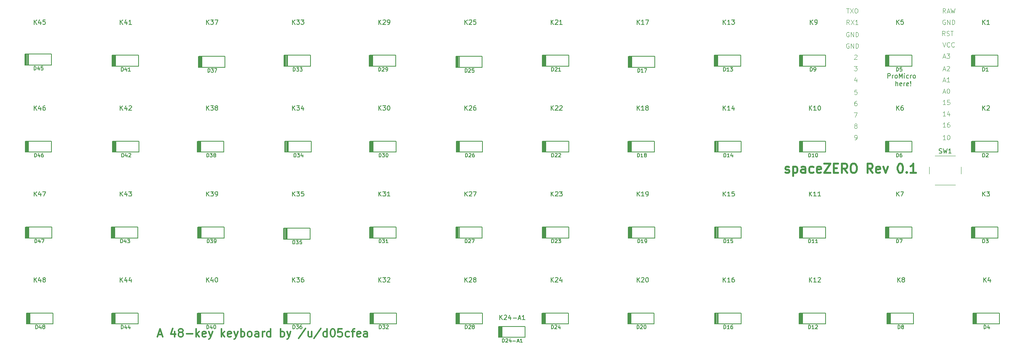
<source format=gto>
G04 #@! TF.GenerationSoftware,KiCad,Pcbnew,(5.0.2-5-10.14)*
G04 #@! TF.CreationDate,2019-03-11T11:17:44+02:00*
G04 #@! TF.ProjectId,1_proto,315f7072-6f74-46f2-9e6b-696361645f70,rev?*
G04 #@! TF.SameCoordinates,Original*
G04 #@! TF.FileFunction,Legend,Top*
G04 #@! TF.FilePolarity,Positive*
%FSLAX46Y46*%
G04 Gerber Fmt 4.6, Leading zero omitted, Abs format (unit mm)*
G04 Created by KiCad (PCBNEW (5.0.2-5-10.14)) date Monday, March 11, 2019 at 11:17:44 AM*
%MOMM*%
%LPD*%
G01*
G04 APERTURE LIST*
%ADD10C,0.100000*%
%ADD11C,0.400000*%
%ADD12C,0.200000*%
%ADD13C,0.300000*%
%ADD14C,0.120000*%
%ADD15C,0.150000*%
G04 APERTURE END LIST*
D10*
X243059523Y-103452380D02*
X242488095Y-103452380D01*
X242773809Y-103452380D02*
X242773809Y-102452380D01*
X242678571Y-102595238D01*
X242583333Y-102690476D01*
X242488095Y-102738095D01*
X243678571Y-102452380D02*
X243773809Y-102452380D01*
X243869047Y-102500000D01*
X243916666Y-102547619D01*
X243964285Y-102642857D01*
X244011904Y-102833333D01*
X244011904Y-103071428D01*
X243964285Y-103261904D01*
X243916666Y-103357142D01*
X243869047Y-103404761D01*
X243773809Y-103452380D01*
X243678571Y-103452380D01*
X243583333Y-103404761D01*
X243535714Y-103357142D01*
X243488095Y-103261904D01*
X243440476Y-103071428D01*
X243440476Y-102833333D01*
X243488095Y-102642857D01*
X243535714Y-102547619D01*
X243583333Y-102500000D01*
X243678571Y-102452380D01*
X243059523Y-100702380D02*
X242488095Y-100702380D01*
X242773809Y-100702380D02*
X242773809Y-99702380D01*
X242678571Y-99845238D01*
X242583333Y-99940476D01*
X242488095Y-99988095D01*
X243916666Y-99702380D02*
X243726190Y-99702380D01*
X243630952Y-99750000D01*
X243583333Y-99797619D01*
X243488095Y-99940476D01*
X243440476Y-100130952D01*
X243440476Y-100511904D01*
X243488095Y-100607142D01*
X243535714Y-100654761D01*
X243630952Y-100702380D01*
X243821428Y-100702380D01*
X243916666Y-100654761D01*
X243964285Y-100607142D01*
X244011904Y-100511904D01*
X244011904Y-100273809D01*
X243964285Y-100178571D01*
X243916666Y-100130952D01*
X243821428Y-100083333D01*
X243630952Y-100083333D01*
X243535714Y-100130952D01*
X243488095Y-100178571D01*
X243440476Y-100273809D01*
X243059523Y-98202380D02*
X242488095Y-98202380D01*
X242773809Y-98202380D02*
X242773809Y-97202380D01*
X242678571Y-97345238D01*
X242583333Y-97440476D01*
X242488095Y-97488095D01*
X243916666Y-97535714D02*
X243916666Y-98202380D01*
X243678571Y-97154761D02*
X243440476Y-97869047D01*
X244059523Y-97869047D01*
X243059523Y-95702380D02*
X242488095Y-95702380D01*
X242773809Y-95702380D02*
X242773809Y-94702380D01*
X242678571Y-94845238D01*
X242583333Y-94940476D01*
X242488095Y-94988095D01*
X243964285Y-94702380D02*
X243488095Y-94702380D01*
X243440476Y-95178571D01*
X243488095Y-95130952D01*
X243583333Y-95083333D01*
X243821428Y-95083333D01*
X243916666Y-95130952D01*
X243964285Y-95178571D01*
X244011904Y-95273809D01*
X244011904Y-95511904D01*
X243964285Y-95607142D01*
X243916666Y-95654761D01*
X243821428Y-95702380D01*
X243583333Y-95702380D01*
X243488095Y-95654761D01*
X243440476Y-95607142D01*
X242535714Y-92916666D02*
X243011904Y-92916666D01*
X242440476Y-93202380D02*
X242773809Y-92202380D01*
X243107142Y-93202380D01*
X243630952Y-92202380D02*
X243726190Y-92202380D01*
X243821428Y-92250000D01*
X243869047Y-92297619D01*
X243916666Y-92392857D01*
X243964285Y-92583333D01*
X243964285Y-92821428D01*
X243916666Y-93011904D01*
X243869047Y-93107142D01*
X243821428Y-93154761D01*
X243726190Y-93202380D01*
X243630952Y-93202380D01*
X243535714Y-93154761D01*
X243488095Y-93107142D01*
X243440476Y-93011904D01*
X243392857Y-92821428D01*
X243392857Y-92583333D01*
X243440476Y-92392857D01*
X243488095Y-92297619D01*
X243535714Y-92250000D01*
X243630952Y-92202380D01*
X242535714Y-90416666D02*
X243011904Y-90416666D01*
X242440476Y-90702380D02*
X242773809Y-89702380D01*
X243107142Y-90702380D01*
X243964285Y-90702380D02*
X243392857Y-90702380D01*
X243678571Y-90702380D02*
X243678571Y-89702380D01*
X243583333Y-89845238D01*
X243488095Y-89940476D01*
X243392857Y-89988095D01*
X242535714Y-87916666D02*
X243011904Y-87916666D01*
X242440476Y-88202380D02*
X242773809Y-87202380D01*
X243107142Y-88202380D01*
X243392857Y-87297619D02*
X243440476Y-87250000D01*
X243535714Y-87202380D01*
X243773809Y-87202380D01*
X243869047Y-87250000D01*
X243916666Y-87297619D01*
X243964285Y-87392857D01*
X243964285Y-87488095D01*
X243916666Y-87630952D01*
X243345238Y-88202380D01*
X243964285Y-88202380D01*
X242535714Y-85166666D02*
X243011904Y-85166666D01*
X242440476Y-85452380D02*
X242773809Y-84452380D01*
X243107142Y-85452380D01*
X243345238Y-84452380D02*
X243964285Y-84452380D01*
X243630952Y-84833333D01*
X243773809Y-84833333D01*
X243869047Y-84880952D01*
X243916666Y-84928571D01*
X243964285Y-85023809D01*
X243964285Y-85261904D01*
X243916666Y-85357142D01*
X243869047Y-85404761D01*
X243773809Y-85452380D01*
X243488095Y-85452380D01*
X243392857Y-85404761D01*
X243345238Y-85357142D01*
X242416666Y-81952380D02*
X242750000Y-82952380D01*
X243083333Y-81952380D01*
X243988095Y-82857142D02*
X243940476Y-82904761D01*
X243797619Y-82952380D01*
X243702380Y-82952380D01*
X243559523Y-82904761D01*
X243464285Y-82809523D01*
X243416666Y-82714285D01*
X243369047Y-82523809D01*
X243369047Y-82380952D01*
X243416666Y-82190476D01*
X243464285Y-82095238D01*
X243559523Y-82000000D01*
X243702380Y-81952380D01*
X243797619Y-81952380D01*
X243940476Y-82000000D01*
X243988095Y-82047619D01*
X244988095Y-82857142D02*
X244940476Y-82904761D01*
X244797619Y-82952380D01*
X244702380Y-82952380D01*
X244559523Y-82904761D01*
X244464285Y-82809523D01*
X244416666Y-82714285D01*
X244369047Y-82523809D01*
X244369047Y-82380952D01*
X244416666Y-82190476D01*
X244464285Y-82095238D01*
X244559523Y-82000000D01*
X244702380Y-81952380D01*
X244797619Y-81952380D01*
X244940476Y-82000000D01*
X244988095Y-82047619D01*
X242952380Y-80452380D02*
X242619047Y-79976190D01*
X242380952Y-80452380D02*
X242380952Y-79452380D01*
X242761904Y-79452380D01*
X242857142Y-79500000D01*
X242904761Y-79547619D01*
X242952380Y-79642857D01*
X242952380Y-79785714D01*
X242904761Y-79880952D01*
X242857142Y-79928571D01*
X242761904Y-79976190D01*
X242380952Y-79976190D01*
X243333333Y-80404761D02*
X243476190Y-80452380D01*
X243714285Y-80452380D01*
X243809523Y-80404761D01*
X243857142Y-80357142D01*
X243904761Y-80261904D01*
X243904761Y-80166666D01*
X243857142Y-80071428D01*
X243809523Y-80023809D01*
X243714285Y-79976190D01*
X243523809Y-79928571D01*
X243428571Y-79880952D01*
X243380952Y-79833333D01*
X243333333Y-79738095D01*
X243333333Y-79642857D01*
X243380952Y-79547619D01*
X243428571Y-79500000D01*
X243523809Y-79452380D01*
X243761904Y-79452380D01*
X243904761Y-79500000D01*
X244190476Y-79452380D02*
X244761904Y-79452380D01*
X244476190Y-80452380D02*
X244476190Y-79452380D01*
X242988095Y-77000000D02*
X242892857Y-76952380D01*
X242750000Y-76952380D01*
X242607142Y-77000000D01*
X242511904Y-77095238D01*
X242464285Y-77190476D01*
X242416666Y-77380952D01*
X242416666Y-77523809D01*
X242464285Y-77714285D01*
X242511904Y-77809523D01*
X242607142Y-77904761D01*
X242750000Y-77952380D01*
X242845238Y-77952380D01*
X242988095Y-77904761D01*
X243035714Y-77857142D01*
X243035714Y-77523809D01*
X242845238Y-77523809D01*
X243464285Y-77952380D02*
X243464285Y-76952380D01*
X244035714Y-77952380D01*
X244035714Y-76952380D01*
X244511904Y-77952380D02*
X244511904Y-76952380D01*
X244750000Y-76952380D01*
X244892857Y-77000000D01*
X244988095Y-77095238D01*
X245035714Y-77190476D01*
X245083333Y-77380952D01*
X245083333Y-77523809D01*
X245035714Y-77714285D01*
X244988095Y-77809523D01*
X244892857Y-77904761D01*
X244750000Y-77952380D01*
X244511904Y-77952380D01*
X243059523Y-75452380D02*
X242726190Y-74976190D01*
X242488095Y-75452380D02*
X242488095Y-74452380D01*
X242869047Y-74452380D01*
X242964285Y-74500000D01*
X243011904Y-74547619D01*
X243059523Y-74642857D01*
X243059523Y-74785714D01*
X243011904Y-74880952D01*
X242964285Y-74928571D01*
X242869047Y-74976190D01*
X242488095Y-74976190D01*
X243440476Y-75166666D02*
X243916666Y-75166666D01*
X243345238Y-75452380D02*
X243678571Y-74452380D01*
X244011904Y-75452380D01*
X244250000Y-74452380D02*
X244488095Y-75452380D01*
X244678571Y-74738095D01*
X244869047Y-75452380D01*
X245107142Y-74452380D01*
X223059523Y-103452380D02*
X223250000Y-103452380D01*
X223345238Y-103404761D01*
X223392857Y-103357142D01*
X223488095Y-103214285D01*
X223535714Y-103023809D01*
X223535714Y-102642857D01*
X223488095Y-102547619D01*
X223440476Y-102500000D01*
X223345238Y-102452380D01*
X223154761Y-102452380D01*
X223059523Y-102500000D01*
X223011904Y-102547619D01*
X222964285Y-102642857D01*
X222964285Y-102880952D01*
X223011904Y-102976190D01*
X223059523Y-103023809D01*
X223154761Y-103071428D01*
X223345238Y-103071428D01*
X223440476Y-103023809D01*
X223488095Y-102976190D01*
X223535714Y-102880952D01*
X223154761Y-100380952D02*
X223059523Y-100333333D01*
X223011904Y-100285714D01*
X222964285Y-100190476D01*
X222964285Y-100142857D01*
X223011904Y-100047619D01*
X223059523Y-100000000D01*
X223154761Y-99952380D01*
X223345238Y-99952380D01*
X223440476Y-100000000D01*
X223488095Y-100047619D01*
X223535714Y-100142857D01*
X223535714Y-100190476D01*
X223488095Y-100285714D01*
X223440476Y-100333333D01*
X223345238Y-100380952D01*
X223154761Y-100380952D01*
X223059523Y-100428571D01*
X223011904Y-100476190D01*
X222964285Y-100571428D01*
X222964285Y-100761904D01*
X223011904Y-100857142D01*
X223059523Y-100904761D01*
X223154761Y-100952380D01*
X223345238Y-100952380D01*
X223440476Y-100904761D01*
X223488095Y-100857142D01*
X223535714Y-100761904D01*
X223535714Y-100571428D01*
X223488095Y-100476190D01*
X223440476Y-100428571D01*
X223345238Y-100380952D01*
X222916666Y-97452380D02*
X223583333Y-97452380D01*
X223154761Y-98452380D01*
X223440476Y-94952380D02*
X223250000Y-94952380D01*
X223154761Y-95000000D01*
X223107142Y-95047619D01*
X223011904Y-95190476D01*
X222964285Y-95380952D01*
X222964285Y-95761904D01*
X223011904Y-95857142D01*
X223059523Y-95904761D01*
X223154761Y-95952380D01*
X223345238Y-95952380D01*
X223440476Y-95904761D01*
X223488095Y-95857142D01*
X223535714Y-95761904D01*
X223535714Y-95523809D01*
X223488095Y-95428571D01*
X223440476Y-95380952D01*
X223345238Y-95333333D01*
X223154761Y-95333333D01*
X223059523Y-95380952D01*
X223011904Y-95428571D01*
X222964285Y-95523809D01*
X223488095Y-92452380D02*
X223011904Y-92452380D01*
X222964285Y-92928571D01*
X223011904Y-92880952D01*
X223107142Y-92833333D01*
X223345238Y-92833333D01*
X223440476Y-92880952D01*
X223488095Y-92928571D01*
X223535714Y-93023809D01*
X223535714Y-93261904D01*
X223488095Y-93357142D01*
X223440476Y-93404761D01*
X223345238Y-93452380D01*
X223107142Y-93452380D01*
X223011904Y-93404761D01*
X222964285Y-93357142D01*
X223440476Y-90035714D02*
X223440476Y-90702380D01*
X223202380Y-89654761D02*
X222964285Y-90369047D01*
X223583333Y-90369047D01*
X222916666Y-87202380D02*
X223535714Y-87202380D01*
X223202380Y-87583333D01*
X223345238Y-87583333D01*
X223440476Y-87630952D01*
X223488095Y-87678571D01*
X223535714Y-87773809D01*
X223535714Y-88011904D01*
X223488095Y-88107142D01*
X223440476Y-88154761D01*
X223345238Y-88202380D01*
X223059523Y-88202380D01*
X222964285Y-88154761D01*
X222916666Y-88107142D01*
X222964285Y-84797619D02*
X223011904Y-84750000D01*
X223107142Y-84702380D01*
X223345238Y-84702380D01*
X223440476Y-84750000D01*
X223488095Y-84797619D01*
X223535714Y-84892857D01*
X223535714Y-84988095D01*
X223488095Y-85130952D01*
X222916666Y-85702380D01*
X223535714Y-85702380D01*
X221738095Y-82250000D02*
X221642857Y-82202380D01*
X221500000Y-82202380D01*
X221357142Y-82250000D01*
X221261904Y-82345238D01*
X221214285Y-82440476D01*
X221166666Y-82630952D01*
X221166666Y-82773809D01*
X221214285Y-82964285D01*
X221261904Y-83059523D01*
X221357142Y-83154761D01*
X221500000Y-83202380D01*
X221595238Y-83202380D01*
X221738095Y-83154761D01*
X221785714Y-83107142D01*
X221785714Y-82773809D01*
X221595238Y-82773809D01*
X222214285Y-83202380D02*
X222214285Y-82202380D01*
X222785714Y-83202380D01*
X222785714Y-82202380D01*
X223261904Y-83202380D02*
X223261904Y-82202380D01*
X223500000Y-82202380D01*
X223642857Y-82250000D01*
X223738095Y-82345238D01*
X223785714Y-82440476D01*
X223833333Y-82630952D01*
X223833333Y-82773809D01*
X223785714Y-82964285D01*
X223738095Y-83059523D01*
X223642857Y-83154761D01*
X223500000Y-83202380D01*
X223261904Y-83202380D01*
X221738095Y-79750000D02*
X221642857Y-79702380D01*
X221500000Y-79702380D01*
X221357142Y-79750000D01*
X221261904Y-79845238D01*
X221214285Y-79940476D01*
X221166666Y-80130952D01*
X221166666Y-80273809D01*
X221214285Y-80464285D01*
X221261904Y-80559523D01*
X221357142Y-80654761D01*
X221500000Y-80702380D01*
X221595238Y-80702380D01*
X221738095Y-80654761D01*
X221785714Y-80607142D01*
X221785714Y-80273809D01*
X221595238Y-80273809D01*
X222214285Y-80702380D02*
X222214285Y-79702380D01*
X222785714Y-80702380D01*
X222785714Y-79702380D01*
X223261904Y-80702380D02*
X223261904Y-79702380D01*
X223500000Y-79702380D01*
X223642857Y-79750000D01*
X223738095Y-79845238D01*
X223785714Y-79940476D01*
X223833333Y-80130952D01*
X223833333Y-80273809D01*
X223785714Y-80464285D01*
X223738095Y-80559523D01*
X223642857Y-80654761D01*
X223500000Y-80702380D01*
X223261904Y-80702380D01*
X221857142Y-77952380D02*
X221523809Y-77476190D01*
X221285714Y-77952380D02*
X221285714Y-76952380D01*
X221666666Y-76952380D01*
X221761904Y-77000000D01*
X221809523Y-77047619D01*
X221857142Y-77142857D01*
X221857142Y-77285714D01*
X221809523Y-77380952D01*
X221761904Y-77428571D01*
X221666666Y-77476190D01*
X221285714Y-77476190D01*
X222190476Y-76952380D02*
X222857142Y-77952380D01*
X222857142Y-76952380D02*
X222190476Y-77952380D01*
X223761904Y-77952380D02*
X223190476Y-77952380D01*
X223476190Y-77952380D02*
X223476190Y-76952380D01*
X223380952Y-77095238D01*
X223285714Y-77190476D01*
X223190476Y-77238095D01*
X221214285Y-74452380D02*
X221785714Y-74452380D01*
X221500000Y-75452380D02*
X221500000Y-74452380D01*
X222023809Y-74452380D02*
X222690476Y-75452380D01*
X222690476Y-74452380D02*
X222023809Y-75452380D01*
X223261904Y-74452380D02*
X223452380Y-74452380D01*
X223547619Y-74500000D01*
X223642857Y-74595238D01*
X223690476Y-74785714D01*
X223690476Y-75119047D01*
X223642857Y-75309523D01*
X223547619Y-75404761D01*
X223452380Y-75452380D01*
X223261904Y-75452380D01*
X223166666Y-75404761D01*
X223071428Y-75309523D01*
X223023809Y-75119047D01*
X223023809Y-74785714D01*
X223071428Y-74595238D01*
X223166666Y-74500000D01*
X223261904Y-74452380D01*
D11*
X207719047Y-110659523D02*
X207909523Y-110754761D01*
X208290476Y-110754761D01*
X208480952Y-110659523D01*
X208576190Y-110469047D01*
X208576190Y-110373809D01*
X208480952Y-110183333D01*
X208290476Y-110088095D01*
X208004761Y-110088095D01*
X207814285Y-109992857D01*
X207719047Y-109802380D01*
X207719047Y-109707142D01*
X207814285Y-109516666D01*
X208004761Y-109421428D01*
X208290476Y-109421428D01*
X208480952Y-109516666D01*
X209433333Y-109421428D02*
X209433333Y-111421428D01*
X209433333Y-109516666D02*
X209623809Y-109421428D01*
X210004761Y-109421428D01*
X210195238Y-109516666D01*
X210290476Y-109611904D01*
X210385714Y-109802380D01*
X210385714Y-110373809D01*
X210290476Y-110564285D01*
X210195238Y-110659523D01*
X210004761Y-110754761D01*
X209623809Y-110754761D01*
X209433333Y-110659523D01*
X212100000Y-110754761D02*
X212100000Y-109707142D01*
X212004761Y-109516666D01*
X211814285Y-109421428D01*
X211433333Y-109421428D01*
X211242857Y-109516666D01*
X212100000Y-110659523D02*
X211909523Y-110754761D01*
X211433333Y-110754761D01*
X211242857Y-110659523D01*
X211147619Y-110469047D01*
X211147619Y-110278571D01*
X211242857Y-110088095D01*
X211433333Y-109992857D01*
X211909523Y-109992857D01*
X212100000Y-109897619D01*
X213909523Y-110659523D02*
X213719047Y-110754761D01*
X213338095Y-110754761D01*
X213147619Y-110659523D01*
X213052380Y-110564285D01*
X212957142Y-110373809D01*
X212957142Y-109802380D01*
X213052380Y-109611904D01*
X213147619Y-109516666D01*
X213338095Y-109421428D01*
X213719047Y-109421428D01*
X213909523Y-109516666D01*
X215528571Y-110659523D02*
X215338095Y-110754761D01*
X214957142Y-110754761D01*
X214766666Y-110659523D01*
X214671428Y-110469047D01*
X214671428Y-109707142D01*
X214766666Y-109516666D01*
X214957142Y-109421428D01*
X215338095Y-109421428D01*
X215528571Y-109516666D01*
X215623809Y-109707142D01*
X215623809Y-109897619D01*
X214671428Y-110088095D01*
X216290476Y-108754761D02*
X217623809Y-108754761D01*
X216290476Y-110754761D01*
X217623809Y-110754761D01*
X218385714Y-109707142D02*
X219052380Y-109707142D01*
X219338095Y-110754761D02*
X218385714Y-110754761D01*
X218385714Y-108754761D01*
X219338095Y-108754761D01*
X221338095Y-110754761D02*
X220671428Y-109802380D01*
X220195238Y-110754761D02*
X220195238Y-108754761D01*
X220957142Y-108754761D01*
X221147619Y-108850000D01*
X221242857Y-108945238D01*
X221338095Y-109135714D01*
X221338095Y-109421428D01*
X221242857Y-109611904D01*
X221147619Y-109707142D01*
X220957142Y-109802380D01*
X220195238Y-109802380D01*
X222576190Y-108754761D02*
X222957142Y-108754761D01*
X223147619Y-108850000D01*
X223338095Y-109040476D01*
X223433333Y-109421428D01*
X223433333Y-110088095D01*
X223338095Y-110469047D01*
X223147619Y-110659523D01*
X222957142Y-110754761D01*
X222576190Y-110754761D01*
X222385714Y-110659523D01*
X222195238Y-110469047D01*
X222100000Y-110088095D01*
X222100000Y-109421428D01*
X222195238Y-109040476D01*
X222385714Y-108850000D01*
X222576190Y-108754761D01*
X226957142Y-110754761D02*
X226290476Y-109802380D01*
X225814285Y-110754761D02*
X225814285Y-108754761D01*
X226576190Y-108754761D01*
X226766666Y-108850000D01*
X226861904Y-108945238D01*
X226957142Y-109135714D01*
X226957142Y-109421428D01*
X226861904Y-109611904D01*
X226766666Y-109707142D01*
X226576190Y-109802380D01*
X225814285Y-109802380D01*
X228576190Y-110659523D02*
X228385714Y-110754761D01*
X228004761Y-110754761D01*
X227814285Y-110659523D01*
X227719047Y-110469047D01*
X227719047Y-109707142D01*
X227814285Y-109516666D01*
X228004761Y-109421428D01*
X228385714Y-109421428D01*
X228576190Y-109516666D01*
X228671428Y-109707142D01*
X228671428Y-109897619D01*
X227719047Y-110088095D01*
X229338095Y-109421428D02*
X229814285Y-110754761D01*
X230290476Y-109421428D01*
X232957142Y-108754761D02*
X233147619Y-108754761D01*
X233338095Y-108850000D01*
X233433333Y-108945238D01*
X233528571Y-109135714D01*
X233623809Y-109516666D01*
X233623809Y-109992857D01*
X233528571Y-110373809D01*
X233433333Y-110564285D01*
X233338095Y-110659523D01*
X233147619Y-110754761D01*
X232957142Y-110754761D01*
X232766666Y-110659523D01*
X232671428Y-110564285D01*
X232576190Y-110373809D01*
X232480952Y-109992857D01*
X232480952Y-109516666D01*
X232576190Y-109135714D01*
X232671428Y-108945238D01*
X232766666Y-108850000D01*
X232957142Y-108754761D01*
X234480952Y-110564285D02*
X234576190Y-110659523D01*
X234480952Y-110754761D01*
X234385714Y-110659523D01*
X234480952Y-110564285D01*
X234480952Y-110754761D01*
X236480952Y-110754761D02*
X235338095Y-110754761D01*
X235909523Y-110754761D02*
X235909523Y-108754761D01*
X235719047Y-109040476D01*
X235528571Y-109230952D01*
X235338095Y-109326190D01*
D12*
X230345238Y-89852380D02*
X230345238Y-88852380D01*
X230726190Y-88852380D01*
X230821428Y-88900000D01*
X230869047Y-88947619D01*
X230916666Y-89042857D01*
X230916666Y-89185714D01*
X230869047Y-89280952D01*
X230821428Y-89328571D01*
X230726190Y-89376190D01*
X230345238Y-89376190D01*
X231345238Y-89852380D02*
X231345238Y-89185714D01*
X231345238Y-89376190D02*
X231392857Y-89280952D01*
X231440476Y-89233333D01*
X231535714Y-89185714D01*
X231630952Y-89185714D01*
X232107142Y-89852380D02*
X232011904Y-89804761D01*
X231964285Y-89757142D01*
X231916666Y-89661904D01*
X231916666Y-89376190D01*
X231964285Y-89280952D01*
X232011904Y-89233333D01*
X232107142Y-89185714D01*
X232250000Y-89185714D01*
X232345238Y-89233333D01*
X232392857Y-89280952D01*
X232440476Y-89376190D01*
X232440476Y-89661904D01*
X232392857Y-89757142D01*
X232345238Y-89804761D01*
X232250000Y-89852380D01*
X232107142Y-89852380D01*
X232869047Y-89852380D02*
X232869047Y-88852380D01*
X233202380Y-89566666D01*
X233535714Y-88852380D01*
X233535714Y-89852380D01*
X234011904Y-89852380D02*
X234011904Y-89185714D01*
X234011904Y-88852380D02*
X233964285Y-88900000D01*
X234011904Y-88947619D01*
X234059523Y-88900000D01*
X234011904Y-88852380D01*
X234011904Y-88947619D01*
X234916666Y-89804761D02*
X234821428Y-89852380D01*
X234630952Y-89852380D01*
X234535714Y-89804761D01*
X234488095Y-89757142D01*
X234440476Y-89661904D01*
X234440476Y-89376190D01*
X234488095Y-89280952D01*
X234535714Y-89233333D01*
X234630952Y-89185714D01*
X234821428Y-89185714D01*
X234916666Y-89233333D01*
X235345238Y-89852380D02*
X235345238Y-89185714D01*
X235345238Y-89376190D02*
X235392857Y-89280952D01*
X235440476Y-89233333D01*
X235535714Y-89185714D01*
X235630952Y-89185714D01*
X236107142Y-89852380D02*
X236011904Y-89804761D01*
X235964285Y-89757142D01*
X235916666Y-89661904D01*
X235916666Y-89376190D01*
X235964285Y-89280952D01*
X236011904Y-89233333D01*
X236107142Y-89185714D01*
X236250000Y-89185714D01*
X236345238Y-89233333D01*
X236392857Y-89280952D01*
X236440476Y-89376190D01*
X236440476Y-89661904D01*
X236392857Y-89757142D01*
X236345238Y-89804761D01*
X236250000Y-89852380D01*
X236107142Y-89852380D01*
X232130952Y-91552380D02*
X232130952Y-90552380D01*
X232559523Y-91552380D02*
X232559523Y-91028571D01*
X232511904Y-90933333D01*
X232416666Y-90885714D01*
X232273809Y-90885714D01*
X232178571Y-90933333D01*
X232130952Y-90980952D01*
X233416666Y-91504761D02*
X233321428Y-91552380D01*
X233130952Y-91552380D01*
X233035714Y-91504761D01*
X232988095Y-91409523D01*
X232988095Y-91028571D01*
X233035714Y-90933333D01*
X233130952Y-90885714D01*
X233321428Y-90885714D01*
X233416666Y-90933333D01*
X233464285Y-91028571D01*
X233464285Y-91123809D01*
X232988095Y-91219047D01*
X233892857Y-91552380D02*
X233892857Y-90885714D01*
X233892857Y-91076190D02*
X233940476Y-90980952D01*
X233988095Y-90933333D01*
X234083333Y-90885714D01*
X234178571Y-90885714D01*
X234892857Y-91504761D02*
X234797619Y-91552380D01*
X234607142Y-91552380D01*
X234511904Y-91504761D01*
X234464285Y-91409523D01*
X234464285Y-91028571D01*
X234511904Y-90933333D01*
X234607142Y-90885714D01*
X234797619Y-90885714D01*
X234892857Y-90933333D01*
X234940476Y-91028571D01*
X234940476Y-91123809D01*
X234464285Y-91219047D01*
X235369047Y-91457142D02*
X235416666Y-91504761D01*
X235369047Y-91552380D01*
X235321428Y-91504761D01*
X235369047Y-91457142D01*
X235369047Y-91552380D01*
X235369047Y-91171428D02*
X235321428Y-90600000D01*
X235369047Y-90552380D01*
X235416666Y-90600000D01*
X235369047Y-91171428D01*
X235369047Y-90552380D01*
D13*
X69374999Y-146541666D02*
X70208333Y-146541666D01*
X69208333Y-147041666D02*
X69791666Y-145291666D01*
X70374999Y-147041666D01*
X73041666Y-145875000D02*
X73041666Y-147041666D01*
X72624999Y-145208333D02*
X72208333Y-146458333D01*
X73291666Y-146458333D01*
X74208333Y-146041666D02*
X74041666Y-145958333D01*
X73958333Y-145875000D01*
X73874999Y-145708333D01*
X73874999Y-145625000D01*
X73958333Y-145458333D01*
X74041666Y-145375000D01*
X74208333Y-145291666D01*
X74541666Y-145291666D01*
X74708333Y-145375000D01*
X74791666Y-145458333D01*
X74874999Y-145625000D01*
X74874999Y-145708333D01*
X74791666Y-145875000D01*
X74708333Y-145958333D01*
X74541666Y-146041666D01*
X74208333Y-146041666D01*
X74041666Y-146125000D01*
X73958333Y-146208333D01*
X73874999Y-146375000D01*
X73874999Y-146708333D01*
X73958333Y-146875000D01*
X74041666Y-146958333D01*
X74208333Y-147041666D01*
X74541666Y-147041666D01*
X74708333Y-146958333D01*
X74791666Y-146875000D01*
X74874999Y-146708333D01*
X74874999Y-146375000D01*
X74791666Y-146208333D01*
X74708333Y-146125000D01*
X74541666Y-146041666D01*
X75624999Y-146375000D02*
X76958333Y-146375000D01*
X77791666Y-147041666D02*
X77791666Y-145291666D01*
X77958333Y-146375000D02*
X78458333Y-147041666D01*
X78458333Y-145875000D02*
X77791666Y-146541666D01*
X79874999Y-146958333D02*
X79708333Y-147041666D01*
X79374999Y-147041666D01*
X79208333Y-146958333D01*
X79124999Y-146791666D01*
X79124999Y-146125000D01*
X79208333Y-145958333D01*
X79374999Y-145875000D01*
X79708333Y-145875000D01*
X79874999Y-145958333D01*
X79958333Y-146125000D01*
X79958333Y-146291666D01*
X79124999Y-146458333D01*
X80541666Y-145875000D02*
X80958333Y-147041666D01*
X81374999Y-145875000D02*
X80958333Y-147041666D01*
X80791666Y-147458333D01*
X80708333Y-147541666D01*
X80541666Y-147625000D01*
X83374999Y-147041666D02*
X83374999Y-145291666D01*
X83541666Y-146375000D02*
X84041666Y-147041666D01*
X84041666Y-145875000D02*
X83374999Y-146541666D01*
X85458333Y-146958333D02*
X85291666Y-147041666D01*
X84958333Y-147041666D01*
X84791666Y-146958333D01*
X84708333Y-146791666D01*
X84708333Y-146125000D01*
X84791666Y-145958333D01*
X84958333Y-145875000D01*
X85291666Y-145875000D01*
X85458333Y-145958333D01*
X85541666Y-146125000D01*
X85541666Y-146291666D01*
X84708333Y-146458333D01*
X86124999Y-145875000D02*
X86541666Y-147041666D01*
X86958333Y-145875000D02*
X86541666Y-147041666D01*
X86374999Y-147458333D01*
X86291666Y-147541666D01*
X86124999Y-147625000D01*
X87624999Y-147041666D02*
X87624999Y-145291666D01*
X87624999Y-145958333D02*
X87791666Y-145875000D01*
X88124999Y-145875000D01*
X88291666Y-145958333D01*
X88374999Y-146041666D01*
X88458333Y-146208333D01*
X88458333Y-146708333D01*
X88374999Y-146875000D01*
X88291666Y-146958333D01*
X88124999Y-147041666D01*
X87791666Y-147041666D01*
X87624999Y-146958333D01*
X89458333Y-147041666D02*
X89291666Y-146958333D01*
X89208333Y-146875000D01*
X89124999Y-146708333D01*
X89124999Y-146208333D01*
X89208333Y-146041666D01*
X89291666Y-145958333D01*
X89458333Y-145875000D01*
X89708333Y-145875000D01*
X89874999Y-145958333D01*
X89958333Y-146041666D01*
X90041666Y-146208333D01*
X90041666Y-146708333D01*
X89958333Y-146875000D01*
X89874999Y-146958333D01*
X89708333Y-147041666D01*
X89458333Y-147041666D01*
X91541666Y-147041666D02*
X91541666Y-146125000D01*
X91458333Y-145958333D01*
X91291666Y-145875000D01*
X90958333Y-145875000D01*
X90791666Y-145958333D01*
X91541666Y-146958333D02*
X91374999Y-147041666D01*
X90958333Y-147041666D01*
X90791666Y-146958333D01*
X90708333Y-146791666D01*
X90708333Y-146625000D01*
X90791666Y-146458333D01*
X90958333Y-146375000D01*
X91374999Y-146375000D01*
X91541666Y-146291666D01*
X92374999Y-147041666D02*
X92374999Y-145875000D01*
X92374999Y-146208333D02*
X92458333Y-146041666D01*
X92541666Y-145958333D01*
X92708333Y-145875000D01*
X92874999Y-145875000D01*
X94208333Y-147041666D02*
X94208333Y-145291666D01*
X94208333Y-146958333D02*
X94041666Y-147041666D01*
X93708333Y-147041666D01*
X93541666Y-146958333D01*
X93458333Y-146875000D01*
X93374999Y-146708333D01*
X93374999Y-146208333D01*
X93458333Y-146041666D01*
X93541666Y-145958333D01*
X93708333Y-145875000D01*
X94041666Y-145875000D01*
X94208333Y-145958333D01*
X96374999Y-147041666D02*
X96374999Y-145291666D01*
X96374999Y-145958333D02*
X96541666Y-145875000D01*
X96874999Y-145875000D01*
X97041666Y-145958333D01*
X97124999Y-146041666D01*
X97208333Y-146208333D01*
X97208333Y-146708333D01*
X97124999Y-146875000D01*
X97041666Y-146958333D01*
X96874999Y-147041666D01*
X96541666Y-147041666D01*
X96374999Y-146958333D01*
X97791666Y-145875000D02*
X98208333Y-147041666D01*
X98624999Y-145875000D02*
X98208333Y-147041666D01*
X98041666Y-147458333D01*
X97958333Y-147541666D01*
X97791666Y-147625000D01*
X101874999Y-145208333D02*
X100374999Y-147458333D01*
X103208333Y-145875000D02*
X103208333Y-147041666D01*
X102458333Y-145875000D02*
X102458333Y-146791666D01*
X102541666Y-146958333D01*
X102708333Y-147041666D01*
X102958333Y-147041666D01*
X103124999Y-146958333D01*
X103208333Y-146875000D01*
X105291666Y-145208333D02*
X103791666Y-147458333D01*
X106624999Y-147041666D02*
X106624999Y-145291666D01*
X106624999Y-146958333D02*
X106458333Y-147041666D01*
X106124999Y-147041666D01*
X105958333Y-146958333D01*
X105874999Y-146875000D01*
X105791666Y-146708333D01*
X105791666Y-146208333D01*
X105874999Y-146041666D01*
X105958333Y-145958333D01*
X106124999Y-145875000D01*
X106458333Y-145875000D01*
X106624999Y-145958333D01*
X107791666Y-145291666D02*
X107958333Y-145291666D01*
X108124999Y-145375000D01*
X108208333Y-145458333D01*
X108291666Y-145625000D01*
X108374999Y-145958333D01*
X108374999Y-146375000D01*
X108291666Y-146708333D01*
X108208333Y-146875000D01*
X108124999Y-146958333D01*
X107958333Y-147041666D01*
X107791666Y-147041666D01*
X107624999Y-146958333D01*
X107541666Y-146875000D01*
X107458333Y-146708333D01*
X107374999Y-146375000D01*
X107374999Y-145958333D01*
X107458333Y-145625000D01*
X107541666Y-145458333D01*
X107624999Y-145375000D01*
X107791666Y-145291666D01*
X109958333Y-145291666D02*
X109124999Y-145291666D01*
X109041666Y-146125000D01*
X109124999Y-146041666D01*
X109291666Y-145958333D01*
X109708333Y-145958333D01*
X109874999Y-146041666D01*
X109958333Y-146125000D01*
X110041666Y-146291666D01*
X110041666Y-146708333D01*
X109958333Y-146875000D01*
X109874999Y-146958333D01*
X109708333Y-147041666D01*
X109291666Y-147041666D01*
X109124999Y-146958333D01*
X109041666Y-146875000D01*
X111541666Y-146958333D02*
X111374999Y-147041666D01*
X111041666Y-147041666D01*
X110874999Y-146958333D01*
X110791666Y-146875000D01*
X110708333Y-146708333D01*
X110708333Y-146208333D01*
X110791666Y-146041666D01*
X110874999Y-145958333D01*
X111041666Y-145875000D01*
X111374999Y-145875000D01*
X111541666Y-145958333D01*
X112041666Y-145875000D02*
X112708333Y-145875000D01*
X112291666Y-147041666D02*
X112291666Y-145541666D01*
X112374999Y-145375000D01*
X112541666Y-145291666D01*
X112708333Y-145291666D01*
X113958333Y-146958333D02*
X113791666Y-147041666D01*
X113458333Y-147041666D01*
X113291666Y-146958333D01*
X113208333Y-146791666D01*
X113208333Y-146125000D01*
X113291666Y-145958333D01*
X113458333Y-145875000D01*
X113791666Y-145875000D01*
X113958333Y-145958333D01*
X114041666Y-146125000D01*
X114041666Y-146291666D01*
X113208333Y-146458333D01*
X115541666Y-147041666D02*
X115541666Y-146125000D01*
X115458333Y-145958333D01*
X115291666Y-145875000D01*
X114958333Y-145875000D01*
X114791666Y-145958333D01*
X115541666Y-146958333D02*
X115374999Y-147041666D01*
X114958333Y-147041666D01*
X114791666Y-146958333D01*
X114708333Y-146791666D01*
X114708333Y-146625000D01*
X114791666Y-146458333D01*
X114958333Y-146375000D01*
X115374999Y-146375000D01*
X115541666Y-146291666D01*
D14*
G04 #@! TO.C,SW1*
X246500000Y-111000000D02*
X246500000Y-109500000D01*
X245250000Y-107000000D02*
X240750000Y-107000000D01*
X239500000Y-109500000D02*
X239500000Y-111000000D01*
X240750000Y-113500000D02*
X245250000Y-113500000D01*
D12*
G04 #@! TO.C,D3*
X254650000Y-125200000D02*
X248850000Y-125200000D01*
X254650000Y-122800000D02*
X254650000Y-125200000D01*
X248850000Y-122800000D02*
X254650000Y-122800000D01*
X248925000Y-122800000D02*
X248925000Y-125200000D01*
X249050000Y-122800000D02*
X249050000Y-125200000D01*
X248825000Y-125200000D02*
X248825000Y-122800000D01*
X249225000Y-122800000D02*
X249225000Y-125200000D01*
X249400000Y-122800000D02*
X249400000Y-125200000D01*
X249575000Y-122800000D02*
X249575000Y-125200000D01*
G04 #@! TO.C,D6*
X235650000Y-106200000D02*
X229850000Y-106200000D01*
X235650000Y-103800000D02*
X235650000Y-106200000D01*
X229850000Y-103800000D02*
X235650000Y-103800000D01*
X229925000Y-103800000D02*
X229925000Y-106200000D01*
X230050000Y-103800000D02*
X230050000Y-106200000D01*
X229825000Y-106200000D02*
X229825000Y-103800000D01*
X230225000Y-103800000D02*
X230225000Y-106200000D01*
X230400000Y-103800000D02*
X230400000Y-106200000D01*
X230575000Y-103800000D02*
X230575000Y-106200000D01*
G04 #@! TO.C,D5*
X235650000Y-87200000D02*
X229850000Y-87200000D01*
X235650000Y-84800000D02*
X235650000Y-87200000D01*
X229850000Y-84800000D02*
X235650000Y-84800000D01*
X229925000Y-84800000D02*
X229925000Y-87200000D01*
X230050000Y-84800000D02*
X230050000Y-87200000D01*
X229825000Y-87200000D02*
X229825000Y-84800000D01*
X230225000Y-84800000D02*
X230225000Y-87200000D01*
X230400000Y-84800000D02*
X230400000Y-87200000D01*
X230575000Y-84800000D02*
X230575000Y-87200000D01*
G04 #@! TO.C,D2*
X254650000Y-106200000D02*
X248850000Y-106200000D01*
X254650000Y-103800000D02*
X254650000Y-106200000D01*
X248850000Y-103800000D02*
X254650000Y-103800000D01*
X248925000Y-103800000D02*
X248925000Y-106200000D01*
X249050000Y-103800000D02*
X249050000Y-106200000D01*
X248825000Y-106200000D02*
X248825000Y-103800000D01*
X249225000Y-103800000D02*
X249225000Y-106200000D01*
X249400000Y-103800000D02*
X249400000Y-106200000D01*
X249575000Y-103800000D02*
X249575000Y-106200000D01*
G04 #@! TO.C,D1*
X254650000Y-87200000D02*
X248850000Y-87200000D01*
X254650000Y-84800000D02*
X254650000Y-87200000D01*
X248850000Y-84800000D02*
X254650000Y-84800000D01*
X248925000Y-84800000D02*
X248925000Y-87200000D01*
X249050000Y-84800000D02*
X249050000Y-87200000D01*
X248825000Y-87200000D02*
X248825000Y-84800000D01*
X249225000Y-84800000D02*
X249225000Y-87200000D01*
X249400000Y-84800000D02*
X249400000Y-87200000D01*
X249575000Y-84800000D02*
X249575000Y-87200000D01*
G04 #@! TO.C,D8*
X236000000Y-144200000D02*
X230200000Y-144200000D01*
X236000000Y-141800000D02*
X236000000Y-144200000D01*
X230200000Y-141800000D02*
X236000000Y-141800000D01*
X230275000Y-141800000D02*
X230275000Y-144200000D01*
X230400000Y-141800000D02*
X230400000Y-144200000D01*
X230175000Y-144200000D02*
X230175000Y-141800000D01*
X230575000Y-141800000D02*
X230575000Y-144200000D01*
X230750000Y-141800000D02*
X230750000Y-144200000D01*
X230925000Y-141800000D02*
X230925000Y-144200000D01*
G04 #@! TO.C,D9*
X216650000Y-87200000D02*
X210850000Y-87200000D01*
X216650000Y-84800000D02*
X216650000Y-87200000D01*
X210850000Y-84800000D02*
X216650000Y-84800000D01*
X210925000Y-84800000D02*
X210925000Y-87200000D01*
X211050000Y-84800000D02*
X211050000Y-87200000D01*
X210825000Y-87200000D02*
X210825000Y-84800000D01*
X211225000Y-84800000D02*
X211225000Y-87200000D01*
X211400000Y-84800000D02*
X211400000Y-87200000D01*
X211575000Y-84800000D02*
X211575000Y-87200000D01*
G04 #@! TO.C,D10*
X216650000Y-106200000D02*
X210850000Y-106200000D01*
X216650000Y-103800000D02*
X216650000Y-106200000D01*
X210850000Y-103800000D02*
X216650000Y-103800000D01*
X210925000Y-103800000D02*
X210925000Y-106200000D01*
X211050000Y-103800000D02*
X211050000Y-106200000D01*
X210825000Y-106200000D02*
X210825000Y-103800000D01*
X211225000Y-103800000D02*
X211225000Y-106200000D01*
X211400000Y-103800000D02*
X211400000Y-106200000D01*
X211575000Y-103800000D02*
X211575000Y-106200000D01*
G04 #@! TO.C,D11*
X216650000Y-125200000D02*
X210850000Y-125200000D01*
X216650000Y-122800000D02*
X216650000Y-125200000D01*
X210850000Y-122800000D02*
X216650000Y-122800000D01*
X210925000Y-122800000D02*
X210925000Y-125200000D01*
X211050000Y-122800000D02*
X211050000Y-125200000D01*
X210825000Y-125200000D02*
X210825000Y-122800000D01*
X211225000Y-122800000D02*
X211225000Y-125200000D01*
X211400000Y-122800000D02*
X211400000Y-125200000D01*
X211575000Y-122800000D02*
X211575000Y-125200000D01*
G04 #@! TO.C,D12*
X216625000Y-144200000D02*
X210825000Y-144200000D01*
X216625000Y-141800000D02*
X216625000Y-144200000D01*
X210825000Y-141800000D02*
X216625000Y-141800000D01*
X210900000Y-141800000D02*
X210900000Y-144200000D01*
X211025000Y-141800000D02*
X211025000Y-144200000D01*
X210800000Y-144200000D02*
X210800000Y-141800000D01*
X211200000Y-141800000D02*
X211200000Y-144200000D01*
X211375000Y-141800000D02*
X211375000Y-144200000D01*
X211550000Y-141800000D02*
X211550000Y-144200000D01*
G04 #@! TO.C,D13*
X197875000Y-87200000D02*
X192075000Y-87200000D01*
X197875000Y-84800000D02*
X197875000Y-87200000D01*
X192075000Y-84800000D02*
X197875000Y-84800000D01*
X192150000Y-84800000D02*
X192150000Y-87200000D01*
X192275000Y-84800000D02*
X192275000Y-87200000D01*
X192050000Y-87200000D02*
X192050000Y-84800000D01*
X192450000Y-84800000D02*
X192450000Y-87200000D01*
X192625000Y-84800000D02*
X192625000Y-87200000D01*
X192800000Y-84800000D02*
X192800000Y-87200000D01*
G04 #@! TO.C,D14*
X197950000Y-106200000D02*
X192150000Y-106200000D01*
X197950000Y-103800000D02*
X197950000Y-106200000D01*
X192150000Y-103800000D02*
X197950000Y-103800000D01*
X192225000Y-103800000D02*
X192225000Y-106200000D01*
X192350000Y-103800000D02*
X192350000Y-106200000D01*
X192125000Y-106200000D02*
X192125000Y-103800000D01*
X192525000Y-103800000D02*
X192525000Y-106200000D01*
X192700000Y-103800000D02*
X192700000Y-106200000D01*
X192875000Y-103800000D02*
X192875000Y-106200000D01*
G04 #@! TO.C,D15*
X197950000Y-125200000D02*
X192150000Y-125200000D01*
X197950000Y-122800000D02*
X197950000Y-125200000D01*
X192150000Y-122800000D02*
X197950000Y-122800000D01*
X192225000Y-122800000D02*
X192225000Y-125200000D01*
X192350000Y-122800000D02*
X192350000Y-125200000D01*
X192125000Y-125200000D02*
X192125000Y-122800000D01*
X192525000Y-122800000D02*
X192525000Y-125200000D01*
X192700000Y-122800000D02*
X192700000Y-125200000D01*
X192875000Y-122800000D02*
X192875000Y-125200000D01*
G04 #@! TO.C,D16*
X197950000Y-144200000D02*
X192150000Y-144200000D01*
X197950000Y-141800000D02*
X197950000Y-144200000D01*
X192150000Y-141800000D02*
X197950000Y-141800000D01*
X192225000Y-141800000D02*
X192225000Y-144200000D01*
X192350000Y-141800000D02*
X192350000Y-144200000D01*
X192125000Y-144200000D02*
X192125000Y-141800000D01*
X192525000Y-141800000D02*
X192525000Y-144200000D01*
X192700000Y-141800000D02*
X192700000Y-144200000D01*
X192875000Y-141800000D02*
X192875000Y-144200000D01*
G04 #@! TO.C,D17*
X178950000Y-87450000D02*
X173150000Y-87450000D01*
X178950000Y-85050000D02*
X178950000Y-87450000D01*
X173150000Y-85050000D02*
X178950000Y-85050000D01*
X173225000Y-85050000D02*
X173225000Y-87450000D01*
X173350000Y-85050000D02*
X173350000Y-87450000D01*
X173125000Y-87450000D02*
X173125000Y-85050000D01*
X173525000Y-85050000D02*
X173525000Y-87450000D01*
X173700000Y-85050000D02*
X173700000Y-87450000D01*
X173875000Y-85050000D02*
X173875000Y-87450000D01*
G04 #@! TO.C,D18*
X178875000Y-106200000D02*
X173075000Y-106200000D01*
X178875000Y-103800000D02*
X178875000Y-106200000D01*
X173075000Y-103800000D02*
X178875000Y-103800000D01*
X173150000Y-103800000D02*
X173150000Y-106200000D01*
X173275000Y-103800000D02*
X173275000Y-106200000D01*
X173050000Y-106200000D02*
X173050000Y-103800000D01*
X173450000Y-103800000D02*
X173450000Y-106200000D01*
X173625000Y-103800000D02*
X173625000Y-106200000D01*
X173800000Y-103800000D02*
X173800000Y-106200000D01*
G04 #@! TO.C,D19*
X178950000Y-125200000D02*
X173150000Y-125200000D01*
X178950000Y-122800000D02*
X178950000Y-125200000D01*
X173150000Y-122800000D02*
X178950000Y-122800000D01*
X173225000Y-122800000D02*
X173225000Y-125200000D01*
X173350000Y-122800000D02*
X173350000Y-125200000D01*
X173125000Y-125200000D02*
X173125000Y-122800000D01*
X173525000Y-122800000D02*
X173525000Y-125200000D01*
X173700000Y-122800000D02*
X173700000Y-125200000D01*
X173875000Y-122800000D02*
X173875000Y-125200000D01*
G04 #@! TO.C,D20*
X178800000Y-144200000D02*
X173000000Y-144200000D01*
X178800000Y-141800000D02*
X178800000Y-144200000D01*
X173000000Y-141800000D02*
X178800000Y-141800000D01*
X173075000Y-141800000D02*
X173075000Y-144200000D01*
X173200000Y-141800000D02*
X173200000Y-144200000D01*
X172975000Y-144200000D02*
X172975000Y-141800000D01*
X173375000Y-141800000D02*
X173375000Y-144200000D01*
X173550000Y-141800000D02*
X173550000Y-144200000D01*
X173725000Y-141800000D02*
X173725000Y-144200000D01*
G04 #@! TO.C,D21*
X159950000Y-87200000D02*
X154150000Y-87200000D01*
X159950000Y-84800000D02*
X159950000Y-87200000D01*
X154150000Y-84800000D02*
X159950000Y-84800000D01*
X154225000Y-84800000D02*
X154225000Y-87200000D01*
X154350000Y-84800000D02*
X154350000Y-87200000D01*
X154125000Y-87200000D02*
X154125000Y-84800000D01*
X154525000Y-84800000D02*
X154525000Y-87200000D01*
X154700000Y-84800000D02*
X154700000Y-87200000D01*
X154875000Y-84800000D02*
X154875000Y-87200000D01*
G04 #@! TO.C,D22*
X159950000Y-106200000D02*
X154150000Y-106200000D01*
X159950000Y-103800000D02*
X159950000Y-106200000D01*
X154150000Y-103800000D02*
X159950000Y-103800000D01*
X154225000Y-103800000D02*
X154225000Y-106200000D01*
X154350000Y-103800000D02*
X154350000Y-106200000D01*
X154125000Y-106200000D02*
X154125000Y-103800000D01*
X154525000Y-103800000D02*
X154525000Y-106200000D01*
X154700000Y-103800000D02*
X154700000Y-106200000D01*
X154875000Y-103800000D02*
X154875000Y-106200000D01*
G04 #@! TO.C,D23*
X159950000Y-125200000D02*
X154150000Y-125200000D01*
X159950000Y-122800000D02*
X159950000Y-125200000D01*
X154150000Y-122800000D02*
X159950000Y-122800000D01*
X154225000Y-122800000D02*
X154225000Y-125200000D01*
X154350000Y-122800000D02*
X154350000Y-125200000D01*
X154125000Y-125200000D02*
X154125000Y-122800000D01*
X154525000Y-122800000D02*
X154525000Y-125200000D01*
X154700000Y-122800000D02*
X154700000Y-125200000D01*
X154875000Y-122800000D02*
X154875000Y-125200000D01*
G04 #@! TO.C,D24*
X154825000Y-141800000D02*
X154825000Y-144200000D01*
X154650000Y-141800000D02*
X154650000Y-144200000D01*
X154475000Y-141800000D02*
X154475000Y-144200000D01*
X154075000Y-144200000D02*
X154075000Y-141800000D01*
X154300000Y-141800000D02*
X154300000Y-144200000D01*
X154175000Y-141800000D02*
X154175000Y-144200000D01*
X154100000Y-141800000D02*
X159900000Y-141800000D01*
X159900000Y-141800000D02*
X159900000Y-144200000D01*
X159900000Y-144200000D02*
X154100000Y-144200000D01*
G04 #@! TO.C,D25*
X135800000Y-85050000D02*
X135800000Y-87450000D01*
X135625000Y-85050000D02*
X135625000Y-87450000D01*
X135450000Y-85050000D02*
X135450000Y-87450000D01*
X135050000Y-87450000D02*
X135050000Y-85050000D01*
X135275000Y-85050000D02*
X135275000Y-87450000D01*
X135150000Y-85050000D02*
X135150000Y-87450000D01*
X135075000Y-85050000D02*
X140875000Y-85050000D01*
X140875000Y-85050000D02*
X140875000Y-87450000D01*
X140875000Y-87450000D02*
X135075000Y-87450000D01*
G04 #@! TO.C,D26*
X135875000Y-103800000D02*
X135875000Y-106200000D01*
X135700000Y-103800000D02*
X135700000Y-106200000D01*
X135525000Y-103800000D02*
X135525000Y-106200000D01*
X135125000Y-106200000D02*
X135125000Y-103800000D01*
X135350000Y-103800000D02*
X135350000Y-106200000D01*
X135225000Y-103800000D02*
X135225000Y-106200000D01*
X135150000Y-103800000D02*
X140950000Y-103800000D01*
X140950000Y-103800000D02*
X140950000Y-106200000D01*
X140950000Y-106200000D02*
X135150000Y-106200000D01*
G04 #@! TO.C,D27*
X135800000Y-122800000D02*
X135800000Y-125200000D01*
X135625000Y-122800000D02*
X135625000Y-125200000D01*
X135450000Y-122800000D02*
X135450000Y-125200000D01*
X135050000Y-125200000D02*
X135050000Y-122800000D01*
X135275000Y-122800000D02*
X135275000Y-125200000D01*
X135150000Y-122800000D02*
X135150000Y-125200000D01*
X135075000Y-122800000D02*
X140875000Y-122800000D01*
X140875000Y-122800000D02*
X140875000Y-125200000D01*
X140875000Y-125200000D02*
X135075000Y-125200000D01*
G04 #@! TO.C,D28*
X135825000Y-141800000D02*
X135825000Y-144200000D01*
X135650000Y-141800000D02*
X135650000Y-144200000D01*
X135475000Y-141800000D02*
X135475000Y-144200000D01*
X135075000Y-144200000D02*
X135075000Y-141800000D01*
X135300000Y-141800000D02*
X135300000Y-144200000D01*
X135175000Y-141800000D02*
X135175000Y-144200000D01*
X135100000Y-141800000D02*
X140900000Y-141800000D01*
X140900000Y-141800000D02*
X140900000Y-144200000D01*
X140900000Y-144200000D02*
X135100000Y-144200000D01*
G04 #@! TO.C,D29*
X116725000Y-84800000D02*
X116725000Y-87200000D01*
X116550000Y-84800000D02*
X116550000Y-87200000D01*
X116375000Y-84800000D02*
X116375000Y-87200000D01*
X115975000Y-87200000D02*
X115975000Y-84800000D01*
X116200000Y-84800000D02*
X116200000Y-87200000D01*
X116075000Y-84800000D02*
X116075000Y-87200000D01*
X116000000Y-84800000D02*
X121800000Y-84800000D01*
X121800000Y-84800000D02*
X121800000Y-87200000D01*
X121800000Y-87200000D02*
X116000000Y-87200000D01*
G04 #@! TO.C,D30*
X116800000Y-103800000D02*
X116800000Y-106200000D01*
X116625000Y-103800000D02*
X116625000Y-106200000D01*
X116450000Y-103800000D02*
X116450000Y-106200000D01*
X116050000Y-106200000D02*
X116050000Y-103800000D01*
X116275000Y-103800000D02*
X116275000Y-106200000D01*
X116150000Y-103800000D02*
X116150000Y-106200000D01*
X116075000Y-103800000D02*
X121875000Y-103800000D01*
X121875000Y-103800000D02*
X121875000Y-106200000D01*
X121875000Y-106200000D02*
X116075000Y-106200000D01*
G04 #@! TO.C,D31*
X116800000Y-122800000D02*
X116800000Y-125200000D01*
X116625000Y-122800000D02*
X116625000Y-125200000D01*
X116450000Y-122800000D02*
X116450000Y-125200000D01*
X116050000Y-125200000D02*
X116050000Y-122800000D01*
X116275000Y-122800000D02*
X116275000Y-125200000D01*
X116150000Y-122800000D02*
X116150000Y-125200000D01*
X116075000Y-122800000D02*
X121875000Y-122800000D01*
X121875000Y-122800000D02*
X121875000Y-125200000D01*
X121875000Y-125200000D02*
X116075000Y-125200000D01*
G04 #@! TO.C,D32*
X116875000Y-141800000D02*
X116875000Y-144200000D01*
X116700000Y-141800000D02*
X116700000Y-144200000D01*
X116525000Y-141800000D02*
X116525000Y-144200000D01*
X116125000Y-144200000D02*
X116125000Y-141800000D01*
X116350000Y-141800000D02*
X116350000Y-144200000D01*
X116225000Y-141800000D02*
X116225000Y-144200000D01*
X116150000Y-141800000D02*
X121950000Y-141800000D01*
X121950000Y-141800000D02*
X121950000Y-144200000D01*
X121950000Y-144200000D02*
X116150000Y-144200000D01*
G04 #@! TO.C,D33*
X97875000Y-84800000D02*
X97875000Y-87200000D01*
X97700000Y-84800000D02*
X97700000Y-87200000D01*
X97525000Y-84800000D02*
X97525000Y-87200000D01*
X97125000Y-87200000D02*
X97125000Y-84800000D01*
X97350000Y-84800000D02*
X97350000Y-87200000D01*
X97225000Y-84800000D02*
X97225000Y-87200000D01*
X97150000Y-84800000D02*
X102950000Y-84800000D01*
X102950000Y-84800000D02*
X102950000Y-87200000D01*
X102950000Y-87200000D02*
X97150000Y-87200000D01*
G04 #@! TO.C,D34*
X98050000Y-103800000D02*
X98050000Y-106200000D01*
X97875000Y-103800000D02*
X97875000Y-106200000D01*
X97700000Y-103800000D02*
X97700000Y-106200000D01*
X97300000Y-106200000D02*
X97300000Y-103800000D01*
X97525000Y-103800000D02*
X97525000Y-106200000D01*
X97400000Y-103800000D02*
X97400000Y-106200000D01*
X97325000Y-103800000D02*
X103125000Y-103800000D01*
X103125000Y-103800000D02*
X103125000Y-106200000D01*
X103125000Y-106200000D02*
X97325000Y-106200000D01*
G04 #@! TO.C,D35*
X97800000Y-123050000D02*
X97800000Y-125450000D01*
X97625000Y-123050000D02*
X97625000Y-125450000D01*
X97450000Y-123050000D02*
X97450000Y-125450000D01*
X97050000Y-125450000D02*
X97050000Y-123050000D01*
X97275000Y-123050000D02*
X97275000Y-125450000D01*
X97150000Y-123050000D02*
X97150000Y-125450000D01*
X97075000Y-123050000D02*
X102875000Y-123050000D01*
X102875000Y-123050000D02*
X102875000Y-125450000D01*
X102875000Y-125450000D02*
X97075000Y-125450000D01*
G04 #@! TO.C,D36*
X97825000Y-141800000D02*
X97825000Y-144200000D01*
X97650000Y-141800000D02*
X97650000Y-144200000D01*
X97475000Y-141800000D02*
X97475000Y-144200000D01*
X97075000Y-144200000D02*
X97075000Y-141800000D01*
X97300000Y-141800000D02*
X97300000Y-144200000D01*
X97175000Y-141800000D02*
X97175000Y-144200000D01*
X97100000Y-141800000D02*
X102900000Y-141800000D01*
X102900000Y-141800000D02*
X102900000Y-144200000D01*
X102900000Y-144200000D02*
X97100000Y-144200000D01*
G04 #@! TO.C,D37*
X79050000Y-85050000D02*
X79050000Y-87450000D01*
X78875000Y-85050000D02*
X78875000Y-87450000D01*
X78700000Y-85050000D02*
X78700000Y-87450000D01*
X78300000Y-87450000D02*
X78300000Y-85050000D01*
X78525000Y-85050000D02*
X78525000Y-87450000D01*
X78400000Y-85050000D02*
X78400000Y-87450000D01*
X78325000Y-85050000D02*
X84125000Y-85050000D01*
X84125000Y-85050000D02*
X84125000Y-87450000D01*
X84125000Y-87450000D02*
X78325000Y-87450000D01*
G04 #@! TO.C,D38*
X78800000Y-103800000D02*
X78800000Y-106200000D01*
X78625000Y-103800000D02*
X78625000Y-106200000D01*
X78450000Y-103800000D02*
X78450000Y-106200000D01*
X78050000Y-106200000D02*
X78050000Y-103800000D01*
X78275000Y-103800000D02*
X78275000Y-106200000D01*
X78150000Y-103800000D02*
X78150000Y-106200000D01*
X78075000Y-103800000D02*
X83875000Y-103800000D01*
X83875000Y-103800000D02*
X83875000Y-106200000D01*
X83875000Y-106200000D02*
X78075000Y-106200000D01*
G04 #@! TO.C,D39*
X78875000Y-122800000D02*
X78875000Y-125200000D01*
X78700000Y-122800000D02*
X78700000Y-125200000D01*
X78525000Y-122800000D02*
X78525000Y-125200000D01*
X78125000Y-125200000D02*
X78125000Y-122800000D01*
X78350000Y-122800000D02*
X78350000Y-125200000D01*
X78225000Y-122800000D02*
X78225000Y-125200000D01*
X78150000Y-122800000D02*
X83950000Y-122800000D01*
X83950000Y-122800000D02*
X83950000Y-125200000D01*
X83950000Y-125200000D02*
X78150000Y-125200000D01*
G04 #@! TO.C,D40*
X78800000Y-141800000D02*
X78800000Y-144200000D01*
X78625000Y-141800000D02*
X78625000Y-144200000D01*
X78450000Y-141800000D02*
X78450000Y-144200000D01*
X78050000Y-144200000D02*
X78050000Y-141800000D01*
X78275000Y-141800000D02*
X78275000Y-144200000D01*
X78150000Y-141800000D02*
X78150000Y-144200000D01*
X78075000Y-141800000D02*
X83875000Y-141800000D01*
X83875000Y-141800000D02*
X83875000Y-144200000D01*
X83875000Y-144200000D02*
X78075000Y-144200000D01*
G04 #@! TO.C,D41*
X59975000Y-84800000D02*
X59975000Y-87200000D01*
X59800000Y-84800000D02*
X59800000Y-87200000D01*
X59625000Y-84800000D02*
X59625000Y-87200000D01*
X59225000Y-87200000D02*
X59225000Y-84800000D01*
X59450000Y-84800000D02*
X59450000Y-87200000D01*
X59325000Y-84800000D02*
X59325000Y-87200000D01*
X59250000Y-84800000D02*
X65050000Y-84800000D01*
X65050000Y-84800000D02*
X65050000Y-87200000D01*
X65050000Y-87200000D02*
X59250000Y-87200000D01*
G04 #@! TO.C,D42*
X60050000Y-103800000D02*
X60050000Y-106200000D01*
X59875000Y-103800000D02*
X59875000Y-106200000D01*
X59700000Y-103800000D02*
X59700000Y-106200000D01*
X59300000Y-106200000D02*
X59300000Y-103800000D01*
X59525000Y-103800000D02*
X59525000Y-106200000D01*
X59400000Y-103800000D02*
X59400000Y-106200000D01*
X59325000Y-103800000D02*
X65125000Y-103800000D01*
X65125000Y-103800000D02*
X65125000Y-106200000D01*
X65125000Y-106200000D02*
X59325000Y-106200000D01*
G04 #@! TO.C,D43*
X59800000Y-122800000D02*
X59800000Y-125200000D01*
X59625000Y-122800000D02*
X59625000Y-125200000D01*
X59450000Y-122800000D02*
X59450000Y-125200000D01*
X59050000Y-125200000D02*
X59050000Y-122800000D01*
X59275000Y-122800000D02*
X59275000Y-125200000D01*
X59150000Y-122800000D02*
X59150000Y-125200000D01*
X59075000Y-122800000D02*
X64875000Y-122800000D01*
X64875000Y-122800000D02*
X64875000Y-125200000D01*
X64875000Y-125200000D02*
X59075000Y-125200000D01*
G04 #@! TO.C,D44*
X65000000Y-144200000D02*
X59200000Y-144200000D01*
X65000000Y-141800000D02*
X65000000Y-144200000D01*
X59200000Y-141800000D02*
X65000000Y-141800000D01*
X59275000Y-141800000D02*
X59275000Y-144200000D01*
X59400000Y-141800000D02*
X59400000Y-144200000D01*
X59175000Y-144200000D02*
X59175000Y-141800000D01*
X59575000Y-141800000D02*
X59575000Y-144200000D01*
X59750000Y-141800000D02*
X59750000Y-144200000D01*
X59925000Y-141800000D02*
X59925000Y-144200000D01*
G04 #@! TO.C,D45*
X40725000Y-84550000D02*
X40725000Y-86950000D01*
X40550000Y-84550000D02*
X40550000Y-86950000D01*
X40375000Y-84550000D02*
X40375000Y-86950000D01*
X39975000Y-86950000D02*
X39975000Y-84550000D01*
X40200000Y-84550000D02*
X40200000Y-86950000D01*
X40075000Y-84550000D02*
X40075000Y-86950000D01*
X40000000Y-84550000D02*
X45800000Y-84550000D01*
X45800000Y-84550000D02*
X45800000Y-86950000D01*
X45800000Y-86950000D02*
X40000000Y-86950000D01*
G04 #@! TO.C,D46*
X40800000Y-103800000D02*
X40800000Y-106200000D01*
X40625000Y-103800000D02*
X40625000Y-106200000D01*
X40450000Y-103800000D02*
X40450000Y-106200000D01*
X40050000Y-106200000D02*
X40050000Y-103800000D01*
X40275000Y-103800000D02*
X40275000Y-106200000D01*
X40150000Y-103800000D02*
X40150000Y-106200000D01*
X40075000Y-103800000D02*
X45875000Y-103800000D01*
X45875000Y-103800000D02*
X45875000Y-106200000D01*
X45875000Y-106200000D02*
X40075000Y-106200000D01*
G04 #@! TO.C,D47*
X40875000Y-122800000D02*
X40875000Y-125200000D01*
X40700000Y-122800000D02*
X40700000Y-125200000D01*
X40525000Y-122800000D02*
X40525000Y-125200000D01*
X40125000Y-125200000D02*
X40125000Y-122800000D01*
X40350000Y-122800000D02*
X40350000Y-125200000D01*
X40225000Y-122800000D02*
X40225000Y-125200000D01*
X40150000Y-122800000D02*
X45950000Y-122800000D01*
X45950000Y-122800000D02*
X45950000Y-125200000D01*
X45950000Y-125200000D02*
X40150000Y-125200000D01*
G04 #@! TO.C,D48*
X41075000Y-141800000D02*
X41075000Y-144200000D01*
X40900000Y-141800000D02*
X40900000Y-144200000D01*
X40725000Y-141800000D02*
X40725000Y-144200000D01*
X40325000Y-144200000D02*
X40325000Y-141800000D01*
X40550000Y-141800000D02*
X40550000Y-144200000D01*
X40425000Y-141800000D02*
X40425000Y-144200000D01*
X40350000Y-141800000D02*
X46150000Y-141800000D01*
X46150000Y-141800000D02*
X46150000Y-144200000D01*
X46150000Y-144200000D02*
X40350000Y-144200000D01*
G04 #@! TO.C,D7*
X235650000Y-125200000D02*
X229850000Y-125200000D01*
X235650000Y-122800000D02*
X235650000Y-125200000D01*
X229850000Y-122800000D02*
X235650000Y-122800000D01*
X229925000Y-122800000D02*
X229925000Y-125200000D01*
X230050000Y-122800000D02*
X230050000Y-125200000D01*
X229825000Y-125200000D02*
X229825000Y-122800000D01*
X230225000Y-122800000D02*
X230225000Y-125200000D01*
X230400000Y-122800000D02*
X230400000Y-125200000D01*
X230575000Y-122800000D02*
X230575000Y-125200000D01*
G04 #@! TO.C,D4*
X254950000Y-144200000D02*
X249150000Y-144200000D01*
X254950000Y-141800000D02*
X254950000Y-144200000D01*
X249150000Y-141800000D02*
X254950000Y-141800000D01*
X249225000Y-141800000D02*
X249225000Y-144200000D01*
X249350000Y-141800000D02*
X249350000Y-144200000D01*
X249125000Y-144200000D02*
X249125000Y-141800000D01*
X249525000Y-141800000D02*
X249525000Y-144200000D01*
X249700000Y-141800000D02*
X249700000Y-144200000D01*
X249875000Y-141800000D02*
X249875000Y-144200000D01*
G04 #@! TO.C,D24-A1*
X145225000Y-144800000D02*
X145225000Y-147200000D01*
X145050000Y-144800000D02*
X145050000Y-147200000D01*
X144875000Y-144800000D02*
X144875000Y-147200000D01*
X144475000Y-147200000D02*
X144475000Y-144800000D01*
X144700000Y-144800000D02*
X144700000Y-147200000D01*
X144575000Y-144800000D02*
X144575000Y-147200000D01*
X144500000Y-144800000D02*
X150300000Y-144800000D01*
X150300000Y-144800000D02*
X150300000Y-147200000D01*
X150300000Y-147200000D02*
X144500000Y-147200000D01*
G04 #@! TO.C,K28*
X137035714Y-134952380D02*
X137035714Y-133952380D01*
X137607142Y-134952380D02*
X137178571Y-134380952D01*
X137607142Y-133952380D02*
X137035714Y-134523809D01*
X137988095Y-134047619D02*
X138035714Y-134000000D01*
X138130952Y-133952380D01*
X138369047Y-133952380D01*
X138464285Y-134000000D01*
X138511904Y-134047619D01*
X138559523Y-134142857D01*
X138559523Y-134238095D01*
X138511904Y-134380952D01*
X137940476Y-134952380D01*
X138559523Y-134952380D01*
X139130952Y-134380952D02*
X139035714Y-134333333D01*
X138988095Y-134285714D01*
X138940476Y-134190476D01*
X138940476Y-134142857D01*
X138988095Y-134047619D01*
X139035714Y-134000000D01*
X139130952Y-133952380D01*
X139321428Y-133952380D01*
X139416666Y-134000000D01*
X139464285Y-134047619D01*
X139511904Y-134142857D01*
X139511904Y-134190476D01*
X139464285Y-134285714D01*
X139416666Y-134333333D01*
X139321428Y-134380952D01*
X139130952Y-134380952D01*
X139035714Y-134428571D01*
X138988095Y-134476190D01*
X138940476Y-134571428D01*
X138940476Y-134761904D01*
X138988095Y-134857142D01*
X139035714Y-134904761D01*
X139130952Y-134952380D01*
X139321428Y-134952380D01*
X139416666Y-134904761D01*
X139464285Y-134857142D01*
X139511904Y-134761904D01*
X139511904Y-134571428D01*
X139464285Y-134476190D01*
X139416666Y-134428571D01*
X139321428Y-134380952D01*
G04 #@! TO.C,K24*
X156035714Y-134952380D02*
X156035714Y-133952380D01*
X156607142Y-134952380D02*
X156178571Y-134380952D01*
X156607142Y-133952380D02*
X156035714Y-134523809D01*
X156988095Y-134047619D02*
X157035714Y-134000000D01*
X157130952Y-133952380D01*
X157369047Y-133952380D01*
X157464285Y-134000000D01*
X157511904Y-134047619D01*
X157559523Y-134142857D01*
X157559523Y-134238095D01*
X157511904Y-134380952D01*
X156940476Y-134952380D01*
X157559523Y-134952380D01*
X158416666Y-134285714D02*
X158416666Y-134952380D01*
X158178571Y-133904761D02*
X157940476Y-134619047D01*
X158559523Y-134619047D01*
G04 #@! TO.C,K24-A1*
X144761904Y-143270380D02*
X144761904Y-142270380D01*
X145333333Y-143270380D02*
X144904761Y-142698952D01*
X145333333Y-142270380D02*
X144761904Y-142841809D01*
X145714285Y-142365619D02*
X145761904Y-142318000D01*
X145857142Y-142270380D01*
X146095238Y-142270380D01*
X146190476Y-142318000D01*
X146238095Y-142365619D01*
X146285714Y-142460857D01*
X146285714Y-142556095D01*
X146238095Y-142698952D01*
X145666666Y-143270380D01*
X146285714Y-143270380D01*
X147142857Y-142603714D02*
X147142857Y-143270380D01*
X146904761Y-142222761D02*
X146666666Y-142937047D01*
X147285714Y-142937047D01*
X147666666Y-142889428D02*
X148428571Y-142889428D01*
X148857142Y-142984666D02*
X149333333Y-142984666D01*
X148761904Y-143270380D02*
X149095238Y-142270380D01*
X149428571Y-143270380D01*
X150285714Y-143270380D02*
X149714285Y-143270380D01*
X150000000Y-143270380D02*
X150000000Y-142270380D01*
X149904761Y-142413238D01*
X149809523Y-142508476D01*
X149714285Y-142556095D01*
G04 #@! TO.C,SW1*
D15*
X241666666Y-106404761D02*
X241809523Y-106452380D01*
X242047619Y-106452380D01*
X242142857Y-106404761D01*
X242190476Y-106357142D01*
X242238095Y-106261904D01*
X242238095Y-106166666D01*
X242190476Y-106071428D01*
X242142857Y-106023809D01*
X242047619Y-105976190D01*
X241857142Y-105928571D01*
X241761904Y-105880952D01*
X241714285Y-105833333D01*
X241666666Y-105738095D01*
X241666666Y-105642857D01*
X241714285Y-105547619D01*
X241761904Y-105500000D01*
X241857142Y-105452380D01*
X242095238Y-105452380D01*
X242238095Y-105500000D01*
X242571428Y-105452380D02*
X242809523Y-106452380D01*
X243000000Y-105738095D01*
X243190476Y-106452380D01*
X243428571Y-105452380D01*
X244333333Y-106452380D02*
X243761904Y-106452380D01*
X244047619Y-106452380D02*
X244047619Y-105452380D01*
X243952380Y-105595238D01*
X243857142Y-105690476D01*
X243761904Y-105738095D01*
G04 #@! TO.C,K10*
D12*
X213035714Y-96952380D02*
X213035714Y-95952380D01*
X213607142Y-96952380D02*
X213178571Y-96380952D01*
X213607142Y-95952380D02*
X213035714Y-96523809D01*
X214559523Y-96952380D02*
X213988095Y-96952380D01*
X214273809Y-96952380D02*
X214273809Y-95952380D01*
X214178571Y-96095238D01*
X214083333Y-96190476D01*
X213988095Y-96238095D01*
X215178571Y-95952380D02*
X215273809Y-95952380D01*
X215369047Y-96000000D01*
X215416666Y-96047619D01*
X215464285Y-96142857D01*
X215511904Y-96333333D01*
X215511904Y-96571428D01*
X215464285Y-96761904D01*
X215416666Y-96857142D01*
X215369047Y-96904761D01*
X215273809Y-96952380D01*
X215178571Y-96952380D01*
X215083333Y-96904761D01*
X215035714Y-96857142D01*
X214988095Y-96761904D01*
X214940476Y-96571428D01*
X214940476Y-96333333D01*
X214988095Y-96142857D01*
X215035714Y-96047619D01*
X215083333Y-96000000D01*
X215178571Y-95952380D01*
G04 #@! TO.C,K11*
X213035714Y-115952380D02*
X213035714Y-114952380D01*
X213607142Y-115952380D02*
X213178571Y-115380952D01*
X213607142Y-114952380D02*
X213035714Y-115523809D01*
X214559523Y-115952380D02*
X213988095Y-115952380D01*
X214273809Y-115952380D02*
X214273809Y-114952380D01*
X214178571Y-115095238D01*
X214083333Y-115190476D01*
X213988095Y-115238095D01*
X215511904Y-115952380D02*
X214940476Y-115952380D01*
X215226190Y-115952380D02*
X215226190Y-114952380D01*
X215130952Y-115095238D01*
X215035714Y-115190476D01*
X214940476Y-115238095D01*
G04 #@! TO.C,K12*
X213035714Y-134952380D02*
X213035714Y-133952380D01*
X213607142Y-134952380D02*
X213178571Y-134380952D01*
X213607142Y-133952380D02*
X213035714Y-134523809D01*
X214559523Y-134952380D02*
X213988095Y-134952380D01*
X214273809Y-134952380D02*
X214273809Y-133952380D01*
X214178571Y-134095238D01*
X214083333Y-134190476D01*
X213988095Y-134238095D01*
X214940476Y-134047619D02*
X214988095Y-134000000D01*
X215083333Y-133952380D01*
X215321428Y-133952380D01*
X215416666Y-134000000D01*
X215464285Y-134047619D01*
X215511904Y-134142857D01*
X215511904Y-134238095D01*
X215464285Y-134380952D01*
X214892857Y-134952380D01*
X215511904Y-134952380D01*
G04 #@! TO.C,K13*
X194035714Y-77952380D02*
X194035714Y-76952380D01*
X194607142Y-77952380D02*
X194178571Y-77380952D01*
X194607142Y-76952380D02*
X194035714Y-77523809D01*
X195559523Y-77952380D02*
X194988095Y-77952380D01*
X195273809Y-77952380D02*
X195273809Y-76952380D01*
X195178571Y-77095238D01*
X195083333Y-77190476D01*
X194988095Y-77238095D01*
X195892857Y-76952380D02*
X196511904Y-76952380D01*
X196178571Y-77333333D01*
X196321428Y-77333333D01*
X196416666Y-77380952D01*
X196464285Y-77428571D01*
X196511904Y-77523809D01*
X196511904Y-77761904D01*
X196464285Y-77857142D01*
X196416666Y-77904761D01*
X196321428Y-77952380D01*
X196035714Y-77952380D01*
X195940476Y-77904761D01*
X195892857Y-77857142D01*
G04 #@! TO.C,K14*
X194035714Y-96952380D02*
X194035714Y-95952380D01*
X194607142Y-96952380D02*
X194178571Y-96380952D01*
X194607142Y-95952380D02*
X194035714Y-96523809D01*
X195559523Y-96952380D02*
X194988095Y-96952380D01*
X195273809Y-96952380D02*
X195273809Y-95952380D01*
X195178571Y-96095238D01*
X195083333Y-96190476D01*
X194988095Y-96238095D01*
X196416666Y-96285714D02*
X196416666Y-96952380D01*
X196178571Y-95904761D02*
X195940476Y-96619047D01*
X196559523Y-96619047D01*
G04 #@! TO.C,K15*
X194035714Y-115952380D02*
X194035714Y-114952380D01*
X194607142Y-115952380D02*
X194178571Y-115380952D01*
X194607142Y-114952380D02*
X194035714Y-115523809D01*
X195559523Y-115952380D02*
X194988095Y-115952380D01*
X195273809Y-115952380D02*
X195273809Y-114952380D01*
X195178571Y-115095238D01*
X195083333Y-115190476D01*
X194988095Y-115238095D01*
X196464285Y-114952380D02*
X195988095Y-114952380D01*
X195940476Y-115428571D01*
X195988095Y-115380952D01*
X196083333Y-115333333D01*
X196321428Y-115333333D01*
X196416666Y-115380952D01*
X196464285Y-115428571D01*
X196511904Y-115523809D01*
X196511904Y-115761904D01*
X196464285Y-115857142D01*
X196416666Y-115904761D01*
X196321428Y-115952380D01*
X196083333Y-115952380D01*
X195988095Y-115904761D01*
X195940476Y-115857142D01*
G04 #@! TO.C,K16*
X194035714Y-134952380D02*
X194035714Y-133952380D01*
X194607142Y-134952380D02*
X194178571Y-134380952D01*
X194607142Y-133952380D02*
X194035714Y-134523809D01*
X195559523Y-134952380D02*
X194988095Y-134952380D01*
X195273809Y-134952380D02*
X195273809Y-133952380D01*
X195178571Y-134095238D01*
X195083333Y-134190476D01*
X194988095Y-134238095D01*
X196416666Y-133952380D02*
X196226190Y-133952380D01*
X196130952Y-134000000D01*
X196083333Y-134047619D01*
X195988095Y-134190476D01*
X195940476Y-134380952D01*
X195940476Y-134761904D01*
X195988095Y-134857142D01*
X196035714Y-134904761D01*
X196130952Y-134952380D01*
X196321428Y-134952380D01*
X196416666Y-134904761D01*
X196464285Y-134857142D01*
X196511904Y-134761904D01*
X196511904Y-134523809D01*
X196464285Y-134428571D01*
X196416666Y-134380952D01*
X196321428Y-134333333D01*
X196130952Y-134333333D01*
X196035714Y-134380952D01*
X195988095Y-134428571D01*
X195940476Y-134523809D01*
G04 #@! TO.C,K17*
X175035714Y-77952380D02*
X175035714Y-76952380D01*
X175607142Y-77952380D02*
X175178571Y-77380952D01*
X175607142Y-76952380D02*
X175035714Y-77523809D01*
X176559523Y-77952380D02*
X175988095Y-77952380D01*
X176273809Y-77952380D02*
X176273809Y-76952380D01*
X176178571Y-77095238D01*
X176083333Y-77190476D01*
X175988095Y-77238095D01*
X176892857Y-76952380D02*
X177559523Y-76952380D01*
X177130952Y-77952380D01*
G04 #@! TO.C,K18*
X175035714Y-96952380D02*
X175035714Y-95952380D01*
X175607142Y-96952380D02*
X175178571Y-96380952D01*
X175607142Y-95952380D02*
X175035714Y-96523809D01*
X176559523Y-96952380D02*
X175988095Y-96952380D01*
X176273809Y-96952380D02*
X176273809Y-95952380D01*
X176178571Y-96095238D01*
X176083333Y-96190476D01*
X175988095Y-96238095D01*
X177130952Y-96380952D02*
X177035714Y-96333333D01*
X176988095Y-96285714D01*
X176940476Y-96190476D01*
X176940476Y-96142857D01*
X176988095Y-96047619D01*
X177035714Y-96000000D01*
X177130952Y-95952380D01*
X177321428Y-95952380D01*
X177416666Y-96000000D01*
X177464285Y-96047619D01*
X177511904Y-96142857D01*
X177511904Y-96190476D01*
X177464285Y-96285714D01*
X177416666Y-96333333D01*
X177321428Y-96380952D01*
X177130952Y-96380952D01*
X177035714Y-96428571D01*
X176988095Y-96476190D01*
X176940476Y-96571428D01*
X176940476Y-96761904D01*
X176988095Y-96857142D01*
X177035714Y-96904761D01*
X177130952Y-96952380D01*
X177321428Y-96952380D01*
X177416666Y-96904761D01*
X177464285Y-96857142D01*
X177511904Y-96761904D01*
X177511904Y-96571428D01*
X177464285Y-96476190D01*
X177416666Y-96428571D01*
X177321428Y-96380952D01*
G04 #@! TO.C,K19*
X175035714Y-115952380D02*
X175035714Y-114952380D01*
X175607142Y-115952380D02*
X175178571Y-115380952D01*
X175607142Y-114952380D02*
X175035714Y-115523809D01*
X176559523Y-115952380D02*
X175988095Y-115952380D01*
X176273809Y-115952380D02*
X176273809Y-114952380D01*
X176178571Y-115095238D01*
X176083333Y-115190476D01*
X175988095Y-115238095D01*
X177035714Y-115952380D02*
X177226190Y-115952380D01*
X177321428Y-115904761D01*
X177369047Y-115857142D01*
X177464285Y-115714285D01*
X177511904Y-115523809D01*
X177511904Y-115142857D01*
X177464285Y-115047619D01*
X177416666Y-115000000D01*
X177321428Y-114952380D01*
X177130952Y-114952380D01*
X177035714Y-115000000D01*
X176988095Y-115047619D01*
X176940476Y-115142857D01*
X176940476Y-115380952D01*
X176988095Y-115476190D01*
X177035714Y-115523809D01*
X177130952Y-115571428D01*
X177321428Y-115571428D01*
X177416666Y-115523809D01*
X177464285Y-115476190D01*
X177511904Y-115380952D01*
G04 #@! TO.C,K20*
X175035714Y-134952380D02*
X175035714Y-133952380D01*
X175607142Y-134952380D02*
X175178571Y-134380952D01*
X175607142Y-133952380D02*
X175035714Y-134523809D01*
X175988095Y-134047619D02*
X176035714Y-134000000D01*
X176130952Y-133952380D01*
X176369047Y-133952380D01*
X176464285Y-134000000D01*
X176511904Y-134047619D01*
X176559523Y-134142857D01*
X176559523Y-134238095D01*
X176511904Y-134380952D01*
X175940476Y-134952380D01*
X176559523Y-134952380D01*
X177178571Y-133952380D02*
X177273809Y-133952380D01*
X177369047Y-134000000D01*
X177416666Y-134047619D01*
X177464285Y-134142857D01*
X177511904Y-134333333D01*
X177511904Y-134571428D01*
X177464285Y-134761904D01*
X177416666Y-134857142D01*
X177369047Y-134904761D01*
X177273809Y-134952380D01*
X177178571Y-134952380D01*
X177083333Y-134904761D01*
X177035714Y-134857142D01*
X176988095Y-134761904D01*
X176940476Y-134571428D01*
X176940476Y-134333333D01*
X176988095Y-134142857D01*
X177035714Y-134047619D01*
X177083333Y-134000000D01*
X177178571Y-133952380D01*
G04 #@! TO.C,K21*
X156035714Y-77952380D02*
X156035714Y-76952380D01*
X156607142Y-77952380D02*
X156178571Y-77380952D01*
X156607142Y-76952380D02*
X156035714Y-77523809D01*
X156988095Y-77047619D02*
X157035714Y-77000000D01*
X157130952Y-76952380D01*
X157369047Y-76952380D01*
X157464285Y-77000000D01*
X157511904Y-77047619D01*
X157559523Y-77142857D01*
X157559523Y-77238095D01*
X157511904Y-77380952D01*
X156940476Y-77952380D01*
X157559523Y-77952380D01*
X158511904Y-77952380D02*
X157940476Y-77952380D01*
X158226190Y-77952380D02*
X158226190Y-76952380D01*
X158130952Y-77095238D01*
X158035714Y-77190476D01*
X157940476Y-77238095D01*
G04 #@! TO.C,K22*
X156035714Y-96952380D02*
X156035714Y-95952380D01*
X156607142Y-96952380D02*
X156178571Y-96380952D01*
X156607142Y-95952380D02*
X156035714Y-96523809D01*
X156988095Y-96047619D02*
X157035714Y-96000000D01*
X157130952Y-95952380D01*
X157369047Y-95952380D01*
X157464285Y-96000000D01*
X157511904Y-96047619D01*
X157559523Y-96142857D01*
X157559523Y-96238095D01*
X157511904Y-96380952D01*
X156940476Y-96952380D01*
X157559523Y-96952380D01*
X157940476Y-96047619D02*
X157988095Y-96000000D01*
X158083333Y-95952380D01*
X158321428Y-95952380D01*
X158416666Y-96000000D01*
X158464285Y-96047619D01*
X158511904Y-96142857D01*
X158511904Y-96238095D01*
X158464285Y-96380952D01*
X157892857Y-96952380D01*
X158511904Y-96952380D01*
G04 #@! TO.C,K23*
X156035714Y-115952380D02*
X156035714Y-114952380D01*
X156607142Y-115952380D02*
X156178571Y-115380952D01*
X156607142Y-114952380D02*
X156035714Y-115523809D01*
X156988095Y-115047619D02*
X157035714Y-115000000D01*
X157130952Y-114952380D01*
X157369047Y-114952380D01*
X157464285Y-115000000D01*
X157511904Y-115047619D01*
X157559523Y-115142857D01*
X157559523Y-115238095D01*
X157511904Y-115380952D01*
X156940476Y-115952380D01*
X157559523Y-115952380D01*
X157892857Y-114952380D02*
X158511904Y-114952380D01*
X158178571Y-115333333D01*
X158321428Y-115333333D01*
X158416666Y-115380952D01*
X158464285Y-115428571D01*
X158511904Y-115523809D01*
X158511904Y-115761904D01*
X158464285Y-115857142D01*
X158416666Y-115904761D01*
X158321428Y-115952380D01*
X158035714Y-115952380D01*
X157940476Y-115904761D01*
X157892857Y-115857142D01*
G04 #@! TO.C,K25*
X137035714Y-77952380D02*
X137035714Y-76952380D01*
X137607142Y-77952380D02*
X137178571Y-77380952D01*
X137607142Y-76952380D02*
X137035714Y-77523809D01*
X137988095Y-77047619D02*
X138035714Y-77000000D01*
X138130952Y-76952380D01*
X138369047Y-76952380D01*
X138464285Y-77000000D01*
X138511904Y-77047619D01*
X138559523Y-77142857D01*
X138559523Y-77238095D01*
X138511904Y-77380952D01*
X137940476Y-77952380D01*
X138559523Y-77952380D01*
X139464285Y-76952380D02*
X138988095Y-76952380D01*
X138940476Y-77428571D01*
X138988095Y-77380952D01*
X139083333Y-77333333D01*
X139321428Y-77333333D01*
X139416666Y-77380952D01*
X139464285Y-77428571D01*
X139511904Y-77523809D01*
X139511904Y-77761904D01*
X139464285Y-77857142D01*
X139416666Y-77904761D01*
X139321428Y-77952380D01*
X139083333Y-77952380D01*
X138988095Y-77904761D01*
X138940476Y-77857142D01*
G04 #@! TO.C,K26*
X137035714Y-96952380D02*
X137035714Y-95952380D01*
X137607142Y-96952380D02*
X137178571Y-96380952D01*
X137607142Y-95952380D02*
X137035714Y-96523809D01*
X137988095Y-96047619D02*
X138035714Y-96000000D01*
X138130952Y-95952380D01*
X138369047Y-95952380D01*
X138464285Y-96000000D01*
X138511904Y-96047619D01*
X138559523Y-96142857D01*
X138559523Y-96238095D01*
X138511904Y-96380952D01*
X137940476Y-96952380D01*
X138559523Y-96952380D01*
X139416666Y-95952380D02*
X139226190Y-95952380D01*
X139130952Y-96000000D01*
X139083333Y-96047619D01*
X138988095Y-96190476D01*
X138940476Y-96380952D01*
X138940476Y-96761904D01*
X138988095Y-96857142D01*
X139035714Y-96904761D01*
X139130952Y-96952380D01*
X139321428Y-96952380D01*
X139416666Y-96904761D01*
X139464285Y-96857142D01*
X139511904Y-96761904D01*
X139511904Y-96523809D01*
X139464285Y-96428571D01*
X139416666Y-96380952D01*
X139321428Y-96333333D01*
X139130952Y-96333333D01*
X139035714Y-96380952D01*
X138988095Y-96428571D01*
X138940476Y-96523809D01*
G04 #@! TO.C,K27*
X137035714Y-115952380D02*
X137035714Y-114952380D01*
X137607142Y-115952380D02*
X137178571Y-115380952D01*
X137607142Y-114952380D02*
X137035714Y-115523809D01*
X137988095Y-115047619D02*
X138035714Y-115000000D01*
X138130952Y-114952380D01*
X138369047Y-114952380D01*
X138464285Y-115000000D01*
X138511904Y-115047619D01*
X138559523Y-115142857D01*
X138559523Y-115238095D01*
X138511904Y-115380952D01*
X137940476Y-115952380D01*
X138559523Y-115952380D01*
X138892857Y-114952380D02*
X139559523Y-114952380D01*
X139130952Y-115952380D01*
G04 #@! TO.C,K29*
X118035714Y-77952380D02*
X118035714Y-76952380D01*
X118607142Y-77952380D02*
X118178571Y-77380952D01*
X118607142Y-76952380D02*
X118035714Y-77523809D01*
X118988095Y-77047619D02*
X119035714Y-77000000D01*
X119130952Y-76952380D01*
X119369047Y-76952380D01*
X119464285Y-77000000D01*
X119511904Y-77047619D01*
X119559523Y-77142857D01*
X119559523Y-77238095D01*
X119511904Y-77380952D01*
X118940476Y-77952380D01*
X119559523Y-77952380D01*
X120035714Y-77952380D02*
X120226190Y-77952380D01*
X120321428Y-77904761D01*
X120369047Y-77857142D01*
X120464285Y-77714285D01*
X120511904Y-77523809D01*
X120511904Y-77142857D01*
X120464285Y-77047619D01*
X120416666Y-77000000D01*
X120321428Y-76952380D01*
X120130952Y-76952380D01*
X120035714Y-77000000D01*
X119988095Y-77047619D01*
X119940476Y-77142857D01*
X119940476Y-77380952D01*
X119988095Y-77476190D01*
X120035714Y-77523809D01*
X120130952Y-77571428D01*
X120321428Y-77571428D01*
X120416666Y-77523809D01*
X120464285Y-77476190D01*
X120511904Y-77380952D01*
G04 #@! TO.C,K30*
X118035714Y-96952380D02*
X118035714Y-95952380D01*
X118607142Y-96952380D02*
X118178571Y-96380952D01*
X118607142Y-95952380D02*
X118035714Y-96523809D01*
X118940476Y-95952380D02*
X119559523Y-95952380D01*
X119226190Y-96333333D01*
X119369047Y-96333333D01*
X119464285Y-96380952D01*
X119511904Y-96428571D01*
X119559523Y-96523809D01*
X119559523Y-96761904D01*
X119511904Y-96857142D01*
X119464285Y-96904761D01*
X119369047Y-96952380D01*
X119083333Y-96952380D01*
X118988095Y-96904761D01*
X118940476Y-96857142D01*
X120178571Y-95952380D02*
X120273809Y-95952380D01*
X120369047Y-96000000D01*
X120416666Y-96047619D01*
X120464285Y-96142857D01*
X120511904Y-96333333D01*
X120511904Y-96571428D01*
X120464285Y-96761904D01*
X120416666Y-96857142D01*
X120369047Y-96904761D01*
X120273809Y-96952380D01*
X120178571Y-96952380D01*
X120083333Y-96904761D01*
X120035714Y-96857142D01*
X119988095Y-96761904D01*
X119940476Y-96571428D01*
X119940476Y-96333333D01*
X119988095Y-96142857D01*
X120035714Y-96047619D01*
X120083333Y-96000000D01*
X120178571Y-95952380D01*
G04 #@! TO.C,K31*
X118035714Y-115952380D02*
X118035714Y-114952380D01*
X118607142Y-115952380D02*
X118178571Y-115380952D01*
X118607142Y-114952380D02*
X118035714Y-115523809D01*
X118940476Y-114952380D02*
X119559523Y-114952380D01*
X119226190Y-115333333D01*
X119369047Y-115333333D01*
X119464285Y-115380952D01*
X119511904Y-115428571D01*
X119559523Y-115523809D01*
X119559523Y-115761904D01*
X119511904Y-115857142D01*
X119464285Y-115904761D01*
X119369047Y-115952380D01*
X119083333Y-115952380D01*
X118988095Y-115904761D01*
X118940476Y-115857142D01*
X120511904Y-115952380D02*
X119940476Y-115952380D01*
X120226190Y-115952380D02*
X120226190Y-114952380D01*
X120130952Y-115095238D01*
X120035714Y-115190476D01*
X119940476Y-115238095D01*
G04 #@! TO.C,K32*
X118035714Y-134952380D02*
X118035714Y-133952380D01*
X118607142Y-134952380D02*
X118178571Y-134380952D01*
X118607142Y-133952380D02*
X118035714Y-134523809D01*
X118940476Y-133952380D02*
X119559523Y-133952380D01*
X119226190Y-134333333D01*
X119369047Y-134333333D01*
X119464285Y-134380952D01*
X119511904Y-134428571D01*
X119559523Y-134523809D01*
X119559523Y-134761904D01*
X119511904Y-134857142D01*
X119464285Y-134904761D01*
X119369047Y-134952380D01*
X119083333Y-134952380D01*
X118988095Y-134904761D01*
X118940476Y-134857142D01*
X119940476Y-134047619D02*
X119988095Y-134000000D01*
X120083333Y-133952380D01*
X120321428Y-133952380D01*
X120416666Y-134000000D01*
X120464285Y-134047619D01*
X120511904Y-134142857D01*
X120511904Y-134238095D01*
X120464285Y-134380952D01*
X119892857Y-134952380D01*
X120511904Y-134952380D01*
G04 #@! TO.C,K33*
X99035714Y-77952380D02*
X99035714Y-76952380D01*
X99607142Y-77952380D02*
X99178571Y-77380952D01*
X99607142Y-76952380D02*
X99035714Y-77523809D01*
X99940476Y-76952380D02*
X100559523Y-76952380D01*
X100226190Y-77333333D01*
X100369047Y-77333333D01*
X100464285Y-77380952D01*
X100511904Y-77428571D01*
X100559523Y-77523809D01*
X100559523Y-77761904D01*
X100511904Y-77857142D01*
X100464285Y-77904761D01*
X100369047Y-77952380D01*
X100083333Y-77952380D01*
X99988095Y-77904761D01*
X99940476Y-77857142D01*
X100892857Y-76952380D02*
X101511904Y-76952380D01*
X101178571Y-77333333D01*
X101321428Y-77333333D01*
X101416666Y-77380952D01*
X101464285Y-77428571D01*
X101511904Y-77523809D01*
X101511904Y-77761904D01*
X101464285Y-77857142D01*
X101416666Y-77904761D01*
X101321428Y-77952380D01*
X101035714Y-77952380D01*
X100940476Y-77904761D01*
X100892857Y-77857142D01*
G04 #@! TO.C,K34*
X99035714Y-96952380D02*
X99035714Y-95952380D01*
X99607142Y-96952380D02*
X99178571Y-96380952D01*
X99607142Y-95952380D02*
X99035714Y-96523809D01*
X99940476Y-95952380D02*
X100559523Y-95952380D01*
X100226190Y-96333333D01*
X100369047Y-96333333D01*
X100464285Y-96380952D01*
X100511904Y-96428571D01*
X100559523Y-96523809D01*
X100559523Y-96761904D01*
X100511904Y-96857142D01*
X100464285Y-96904761D01*
X100369047Y-96952380D01*
X100083333Y-96952380D01*
X99988095Y-96904761D01*
X99940476Y-96857142D01*
X101416666Y-96285714D02*
X101416666Y-96952380D01*
X101178571Y-95904761D02*
X100940476Y-96619047D01*
X101559523Y-96619047D01*
G04 #@! TO.C,K35*
X99035714Y-115952380D02*
X99035714Y-114952380D01*
X99607142Y-115952380D02*
X99178571Y-115380952D01*
X99607142Y-114952380D02*
X99035714Y-115523809D01*
X99940476Y-114952380D02*
X100559523Y-114952380D01*
X100226190Y-115333333D01*
X100369047Y-115333333D01*
X100464285Y-115380952D01*
X100511904Y-115428571D01*
X100559523Y-115523809D01*
X100559523Y-115761904D01*
X100511904Y-115857142D01*
X100464285Y-115904761D01*
X100369047Y-115952380D01*
X100083333Y-115952380D01*
X99988095Y-115904761D01*
X99940476Y-115857142D01*
X101464285Y-114952380D02*
X100988095Y-114952380D01*
X100940476Y-115428571D01*
X100988095Y-115380952D01*
X101083333Y-115333333D01*
X101321428Y-115333333D01*
X101416666Y-115380952D01*
X101464285Y-115428571D01*
X101511904Y-115523809D01*
X101511904Y-115761904D01*
X101464285Y-115857142D01*
X101416666Y-115904761D01*
X101321428Y-115952380D01*
X101083333Y-115952380D01*
X100988095Y-115904761D01*
X100940476Y-115857142D01*
G04 #@! TO.C,K36*
X99035714Y-134952380D02*
X99035714Y-133952380D01*
X99607142Y-134952380D02*
X99178571Y-134380952D01*
X99607142Y-133952380D02*
X99035714Y-134523809D01*
X99940476Y-133952380D02*
X100559523Y-133952380D01*
X100226190Y-134333333D01*
X100369047Y-134333333D01*
X100464285Y-134380952D01*
X100511904Y-134428571D01*
X100559523Y-134523809D01*
X100559523Y-134761904D01*
X100511904Y-134857142D01*
X100464285Y-134904761D01*
X100369047Y-134952380D01*
X100083333Y-134952380D01*
X99988095Y-134904761D01*
X99940476Y-134857142D01*
X101416666Y-133952380D02*
X101226190Y-133952380D01*
X101130952Y-134000000D01*
X101083333Y-134047619D01*
X100988095Y-134190476D01*
X100940476Y-134380952D01*
X100940476Y-134761904D01*
X100988095Y-134857142D01*
X101035714Y-134904761D01*
X101130952Y-134952380D01*
X101321428Y-134952380D01*
X101416666Y-134904761D01*
X101464285Y-134857142D01*
X101511904Y-134761904D01*
X101511904Y-134523809D01*
X101464285Y-134428571D01*
X101416666Y-134380952D01*
X101321428Y-134333333D01*
X101130952Y-134333333D01*
X101035714Y-134380952D01*
X100988095Y-134428571D01*
X100940476Y-134523809D01*
G04 #@! TO.C,K37*
X80035714Y-77952380D02*
X80035714Y-76952380D01*
X80607142Y-77952380D02*
X80178571Y-77380952D01*
X80607142Y-76952380D02*
X80035714Y-77523809D01*
X80940476Y-76952380D02*
X81559523Y-76952380D01*
X81226190Y-77333333D01*
X81369047Y-77333333D01*
X81464285Y-77380952D01*
X81511904Y-77428571D01*
X81559523Y-77523809D01*
X81559523Y-77761904D01*
X81511904Y-77857142D01*
X81464285Y-77904761D01*
X81369047Y-77952380D01*
X81083333Y-77952380D01*
X80988095Y-77904761D01*
X80940476Y-77857142D01*
X81892857Y-76952380D02*
X82559523Y-76952380D01*
X82130952Y-77952380D01*
G04 #@! TO.C,K38*
X80035714Y-96952380D02*
X80035714Y-95952380D01*
X80607142Y-96952380D02*
X80178571Y-96380952D01*
X80607142Y-95952380D02*
X80035714Y-96523809D01*
X80940476Y-95952380D02*
X81559523Y-95952380D01*
X81226190Y-96333333D01*
X81369047Y-96333333D01*
X81464285Y-96380952D01*
X81511904Y-96428571D01*
X81559523Y-96523809D01*
X81559523Y-96761904D01*
X81511904Y-96857142D01*
X81464285Y-96904761D01*
X81369047Y-96952380D01*
X81083333Y-96952380D01*
X80988095Y-96904761D01*
X80940476Y-96857142D01*
X82130952Y-96380952D02*
X82035714Y-96333333D01*
X81988095Y-96285714D01*
X81940476Y-96190476D01*
X81940476Y-96142857D01*
X81988095Y-96047619D01*
X82035714Y-96000000D01*
X82130952Y-95952380D01*
X82321428Y-95952380D01*
X82416666Y-96000000D01*
X82464285Y-96047619D01*
X82511904Y-96142857D01*
X82511904Y-96190476D01*
X82464285Y-96285714D01*
X82416666Y-96333333D01*
X82321428Y-96380952D01*
X82130952Y-96380952D01*
X82035714Y-96428571D01*
X81988095Y-96476190D01*
X81940476Y-96571428D01*
X81940476Y-96761904D01*
X81988095Y-96857142D01*
X82035714Y-96904761D01*
X82130952Y-96952380D01*
X82321428Y-96952380D01*
X82416666Y-96904761D01*
X82464285Y-96857142D01*
X82511904Y-96761904D01*
X82511904Y-96571428D01*
X82464285Y-96476190D01*
X82416666Y-96428571D01*
X82321428Y-96380952D01*
G04 #@! TO.C,K39*
X80035714Y-115952380D02*
X80035714Y-114952380D01*
X80607142Y-115952380D02*
X80178571Y-115380952D01*
X80607142Y-114952380D02*
X80035714Y-115523809D01*
X80940476Y-114952380D02*
X81559523Y-114952380D01*
X81226190Y-115333333D01*
X81369047Y-115333333D01*
X81464285Y-115380952D01*
X81511904Y-115428571D01*
X81559523Y-115523809D01*
X81559523Y-115761904D01*
X81511904Y-115857142D01*
X81464285Y-115904761D01*
X81369047Y-115952380D01*
X81083333Y-115952380D01*
X80988095Y-115904761D01*
X80940476Y-115857142D01*
X82035714Y-115952380D02*
X82226190Y-115952380D01*
X82321428Y-115904761D01*
X82369047Y-115857142D01*
X82464285Y-115714285D01*
X82511904Y-115523809D01*
X82511904Y-115142857D01*
X82464285Y-115047619D01*
X82416666Y-115000000D01*
X82321428Y-114952380D01*
X82130952Y-114952380D01*
X82035714Y-115000000D01*
X81988095Y-115047619D01*
X81940476Y-115142857D01*
X81940476Y-115380952D01*
X81988095Y-115476190D01*
X82035714Y-115523809D01*
X82130952Y-115571428D01*
X82321428Y-115571428D01*
X82416666Y-115523809D01*
X82464285Y-115476190D01*
X82511904Y-115380952D01*
G04 #@! TO.C,K40*
X80035714Y-134952380D02*
X80035714Y-133952380D01*
X80607142Y-134952380D02*
X80178571Y-134380952D01*
X80607142Y-133952380D02*
X80035714Y-134523809D01*
X81464285Y-134285714D02*
X81464285Y-134952380D01*
X81226190Y-133904761D02*
X80988095Y-134619047D01*
X81607142Y-134619047D01*
X82178571Y-133952380D02*
X82273809Y-133952380D01*
X82369047Y-134000000D01*
X82416666Y-134047619D01*
X82464285Y-134142857D01*
X82511904Y-134333333D01*
X82511904Y-134571428D01*
X82464285Y-134761904D01*
X82416666Y-134857142D01*
X82369047Y-134904761D01*
X82273809Y-134952380D01*
X82178571Y-134952380D01*
X82083333Y-134904761D01*
X82035714Y-134857142D01*
X81988095Y-134761904D01*
X81940476Y-134571428D01*
X81940476Y-134333333D01*
X81988095Y-134142857D01*
X82035714Y-134047619D01*
X82083333Y-134000000D01*
X82178571Y-133952380D01*
G04 #@! TO.C,K41*
X61035714Y-77952380D02*
X61035714Y-76952380D01*
X61607142Y-77952380D02*
X61178571Y-77380952D01*
X61607142Y-76952380D02*
X61035714Y-77523809D01*
X62464285Y-77285714D02*
X62464285Y-77952380D01*
X62226190Y-76904761D02*
X61988095Y-77619047D01*
X62607142Y-77619047D01*
X63511904Y-77952380D02*
X62940476Y-77952380D01*
X63226190Y-77952380D02*
X63226190Y-76952380D01*
X63130952Y-77095238D01*
X63035714Y-77190476D01*
X62940476Y-77238095D01*
G04 #@! TO.C,K42*
X61035714Y-96952380D02*
X61035714Y-95952380D01*
X61607142Y-96952380D02*
X61178571Y-96380952D01*
X61607142Y-95952380D02*
X61035714Y-96523809D01*
X62464285Y-96285714D02*
X62464285Y-96952380D01*
X62226190Y-95904761D02*
X61988095Y-96619047D01*
X62607142Y-96619047D01*
X62940476Y-96047619D02*
X62988095Y-96000000D01*
X63083333Y-95952380D01*
X63321428Y-95952380D01*
X63416666Y-96000000D01*
X63464285Y-96047619D01*
X63511904Y-96142857D01*
X63511904Y-96238095D01*
X63464285Y-96380952D01*
X62892857Y-96952380D01*
X63511904Y-96952380D01*
G04 #@! TO.C,K43*
X61035714Y-115952380D02*
X61035714Y-114952380D01*
X61607142Y-115952380D02*
X61178571Y-115380952D01*
X61607142Y-114952380D02*
X61035714Y-115523809D01*
X62464285Y-115285714D02*
X62464285Y-115952380D01*
X62226190Y-114904761D02*
X61988095Y-115619047D01*
X62607142Y-115619047D01*
X62892857Y-114952380D02*
X63511904Y-114952380D01*
X63178571Y-115333333D01*
X63321428Y-115333333D01*
X63416666Y-115380952D01*
X63464285Y-115428571D01*
X63511904Y-115523809D01*
X63511904Y-115761904D01*
X63464285Y-115857142D01*
X63416666Y-115904761D01*
X63321428Y-115952380D01*
X63035714Y-115952380D01*
X62940476Y-115904761D01*
X62892857Y-115857142D01*
G04 #@! TO.C,K44*
X61035714Y-134952380D02*
X61035714Y-133952380D01*
X61607142Y-134952380D02*
X61178571Y-134380952D01*
X61607142Y-133952380D02*
X61035714Y-134523809D01*
X62464285Y-134285714D02*
X62464285Y-134952380D01*
X62226190Y-133904761D02*
X61988095Y-134619047D01*
X62607142Y-134619047D01*
X63416666Y-134285714D02*
X63416666Y-134952380D01*
X63178571Y-133904761D02*
X62940476Y-134619047D01*
X63559523Y-134619047D01*
G04 #@! TO.C,K45*
X42035714Y-77952380D02*
X42035714Y-76952380D01*
X42607142Y-77952380D02*
X42178571Y-77380952D01*
X42607142Y-76952380D02*
X42035714Y-77523809D01*
X43464285Y-77285714D02*
X43464285Y-77952380D01*
X43226190Y-76904761D02*
X42988095Y-77619047D01*
X43607142Y-77619047D01*
X44464285Y-76952380D02*
X43988095Y-76952380D01*
X43940476Y-77428571D01*
X43988095Y-77380952D01*
X44083333Y-77333333D01*
X44321428Y-77333333D01*
X44416666Y-77380952D01*
X44464285Y-77428571D01*
X44511904Y-77523809D01*
X44511904Y-77761904D01*
X44464285Y-77857142D01*
X44416666Y-77904761D01*
X44321428Y-77952380D01*
X44083333Y-77952380D01*
X43988095Y-77904761D01*
X43940476Y-77857142D01*
G04 #@! TO.C,K46*
X42035714Y-96952380D02*
X42035714Y-95952380D01*
X42607142Y-96952380D02*
X42178571Y-96380952D01*
X42607142Y-95952380D02*
X42035714Y-96523809D01*
X43464285Y-96285714D02*
X43464285Y-96952380D01*
X43226190Y-95904761D02*
X42988095Y-96619047D01*
X43607142Y-96619047D01*
X44416666Y-95952380D02*
X44226190Y-95952380D01*
X44130952Y-96000000D01*
X44083333Y-96047619D01*
X43988095Y-96190476D01*
X43940476Y-96380952D01*
X43940476Y-96761904D01*
X43988095Y-96857142D01*
X44035714Y-96904761D01*
X44130952Y-96952380D01*
X44321428Y-96952380D01*
X44416666Y-96904761D01*
X44464285Y-96857142D01*
X44511904Y-96761904D01*
X44511904Y-96523809D01*
X44464285Y-96428571D01*
X44416666Y-96380952D01*
X44321428Y-96333333D01*
X44130952Y-96333333D01*
X44035714Y-96380952D01*
X43988095Y-96428571D01*
X43940476Y-96523809D01*
G04 #@! TO.C,K47*
X42035714Y-115952380D02*
X42035714Y-114952380D01*
X42607142Y-115952380D02*
X42178571Y-115380952D01*
X42607142Y-114952380D02*
X42035714Y-115523809D01*
X43464285Y-115285714D02*
X43464285Y-115952380D01*
X43226190Y-114904761D02*
X42988095Y-115619047D01*
X43607142Y-115619047D01*
X43892857Y-114952380D02*
X44559523Y-114952380D01*
X44130952Y-115952380D01*
G04 #@! TO.C,K48*
X42035714Y-134952380D02*
X42035714Y-133952380D01*
X42607142Y-134952380D02*
X42178571Y-134380952D01*
X42607142Y-133952380D02*
X42035714Y-134523809D01*
X43464285Y-134285714D02*
X43464285Y-134952380D01*
X43226190Y-133904761D02*
X42988095Y-134619047D01*
X43607142Y-134619047D01*
X44130952Y-134380952D02*
X44035714Y-134333333D01*
X43988095Y-134285714D01*
X43940476Y-134190476D01*
X43940476Y-134142857D01*
X43988095Y-134047619D01*
X44035714Y-134000000D01*
X44130952Y-133952380D01*
X44321428Y-133952380D01*
X44416666Y-134000000D01*
X44464285Y-134047619D01*
X44511904Y-134142857D01*
X44511904Y-134190476D01*
X44464285Y-134285714D01*
X44416666Y-134333333D01*
X44321428Y-134380952D01*
X44130952Y-134380952D01*
X44035714Y-134428571D01*
X43988095Y-134476190D01*
X43940476Y-134571428D01*
X43940476Y-134761904D01*
X43988095Y-134857142D01*
X44035714Y-134904761D01*
X44130952Y-134952380D01*
X44321428Y-134952380D01*
X44416666Y-134904761D01*
X44464285Y-134857142D01*
X44511904Y-134761904D01*
X44511904Y-134571428D01*
X44464285Y-134476190D01*
X44416666Y-134428571D01*
X44321428Y-134380952D01*
G04 #@! TO.C,D3*
D15*
X251259523Y-126286904D02*
X251259523Y-125486904D01*
X251450000Y-125486904D01*
X251564285Y-125525000D01*
X251640476Y-125601190D01*
X251678571Y-125677380D01*
X251716666Y-125829761D01*
X251716666Y-125944047D01*
X251678571Y-126096428D01*
X251640476Y-126172619D01*
X251564285Y-126248809D01*
X251450000Y-126286904D01*
X251259523Y-126286904D01*
X251983333Y-125486904D02*
X252478571Y-125486904D01*
X252211904Y-125791666D01*
X252326190Y-125791666D01*
X252402380Y-125829761D01*
X252440476Y-125867857D01*
X252478571Y-125944047D01*
X252478571Y-126134523D01*
X252440476Y-126210714D01*
X252402380Y-126248809D01*
X252326190Y-126286904D01*
X252097619Y-126286904D01*
X252021428Y-126248809D01*
X251983333Y-126210714D01*
G04 #@! TO.C,D6*
X232259523Y-107286904D02*
X232259523Y-106486904D01*
X232450000Y-106486904D01*
X232564285Y-106525000D01*
X232640476Y-106601190D01*
X232678571Y-106677380D01*
X232716666Y-106829761D01*
X232716666Y-106944047D01*
X232678571Y-107096428D01*
X232640476Y-107172619D01*
X232564285Y-107248809D01*
X232450000Y-107286904D01*
X232259523Y-107286904D01*
X233402380Y-106486904D02*
X233250000Y-106486904D01*
X233173809Y-106525000D01*
X233135714Y-106563095D01*
X233059523Y-106677380D01*
X233021428Y-106829761D01*
X233021428Y-107134523D01*
X233059523Y-107210714D01*
X233097619Y-107248809D01*
X233173809Y-107286904D01*
X233326190Y-107286904D01*
X233402380Y-107248809D01*
X233440476Y-107210714D01*
X233478571Y-107134523D01*
X233478571Y-106944047D01*
X233440476Y-106867857D01*
X233402380Y-106829761D01*
X233326190Y-106791666D01*
X233173809Y-106791666D01*
X233097619Y-106829761D01*
X233059523Y-106867857D01*
X233021428Y-106944047D01*
G04 #@! TO.C,D5*
X232259523Y-88286904D02*
X232259523Y-87486904D01*
X232450000Y-87486904D01*
X232564285Y-87525000D01*
X232640476Y-87601190D01*
X232678571Y-87677380D01*
X232716666Y-87829761D01*
X232716666Y-87944047D01*
X232678571Y-88096428D01*
X232640476Y-88172619D01*
X232564285Y-88248809D01*
X232450000Y-88286904D01*
X232259523Y-88286904D01*
X233440476Y-87486904D02*
X233059523Y-87486904D01*
X233021428Y-87867857D01*
X233059523Y-87829761D01*
X233135714Y-87791666D01*
X233326190Y-87791666D01*
X233402380Y-87829761D01*
X233440476Y-87867857D01*
X233478571Y-87944047D01*
X233478571Y-88134523D01*
X233440476Y-88210714D01*
X233402380Y-88248809D01*
X233326190Y-88286904D01*
X233135714Y-88286904D01*
X233059523Y-88248809D01*
X233021428Y-88210714D01*
G04 #@! TO.C,D2*
X251259523Y-107286904D02*
X251259523Y-106486904D01*
X251450000Y-106486904D01*
X251564285Y-106525000D01*
X251640476Y-106601190D01*
X251678571Y-106677380D01*
X251716666Y-106829761D01*
X251716666Y-106944047D01*
X251678571Y-107096428D01*
X251640476Y-107172619D01*
X251564285Y-107248809D01*
X251450000Y-107286904D01*
X251259523Y-107286904D01*
X252021428Y-106563095D02*
X252059523Y-106525000D01*
X252135714Y-106486904D01*
X252326190Y-106486904D01*
X252402380Y-106525000D01*
X252440476Y-106563095D01*
X252478571Y-106639285D01*
X252478571Y-106715476D01*
X252440476Y-106829761D01*
X251983333Y-107286904D01*
X252478571Y-107286904D01*
G04 #@! TO.C,D1*
X251259523Y-88286904D02*
X251259523Y-87486904D01*
X251450000Y-87486904D01*
X251564285Y-87525000D01*
X251640476Y-87601190D01*
X251678571Y-87677380D01*
X251716666Y-87829761D01*
X251716666Y-87944047D01*
X251678571Y-88096428D01*
X251640476Y-88172619D01*
X251564285Y-88248809D01*
X251450000Y-88286904D01*
X251259523Y-88286904D01*
X252478571Y-88286904D02*
X252021428Y-88286904D01*
X252250000Y-88286904D02*
X252250000Y-87486904D01*
X252173809Y-87601190D01*
X252097619Y-87677380D01*
X252021428Y-87715476D01*
G04 #@! TO.C,D8*
X232609523Y-145286904D02*
X232609523Y-144486904D01*
X232800000Y-144486904D01*
X232914285Y-144525000D01*
X232990476Y-144601190D01*
X233028571Y-144677380D01*
X233066666Y-144829761D01*
X233066666Y-144944047D01*
X233028571Y-145096428D01*
X232990476Y-145172619D01*
X232914285Y-145248809D01*
X232800000Y-145286904D01*
X232609523Y-145286904D01*
X233523809Y-144829761D02*
X233447619Y-144791666D01*
X233409523Y-144753571D01*
X233371428Y-144677380D01*
X233371428Y-144639285D01*
X233409523Y-144563095D01*
X233447619Y-144525000D01*
X233523809Y-144486904D01*
X233676190Y-144486904D01*
X233752380Y-144525000D01*
X233790476Y-144563095D01*
X233828571Y-144639285D01*
X233828571Y-144677380D01*
X233790476Y-144753571D01*
X233752380Y-144791666D01*
X233676190Y-144829761D01*
X233523809Y-144829761D01*
X233447619Y-144867857D01*
X233409523Y-144905952D01*
X233371428Y-144982142D01*
X233371428Y-145134523D01*
X233409523Y-145210714D01*
X233447619Y-145248809D01*
X233523809Y-145286904D01*
X233676190Y-145286904D01*
X233752380Y-145248809D01*
X233790476Y-145210714D01*
X233828571Y-145134523D01*
X233828571Y-144982142D01*
X233790476Y-144905952D01*
X233752380Y-144867857D01*
X233676190Y-144829761D01*
G04 #@! TO.C,D9*
X213259523Y-88286904D02*
X213259523Y-87486904D01*
X213450000Y-87486904D01*
X213564285Y-87525000D01*
X213640476Y-87601190D01*
X213678571Y-87677380D01*
X213716666Y-87829761D01*
X213716666Y-87944047D01*
X213678571Y-88096428D01*
X213640476Y-88172619D01*
X213564285Y-88248809D01*
X213450000Y-88286904D01*
X213259523Y-88286904D01*
X214097619Y-88286904D02*
X214250000Y-88286904D01*
X214326190Y-88248809D01*
X214364285Y-88210714D01*
X214440476Y-88096428D01*
X214478571Y-87944047D01*
X214478571Y-87639285D01*
X214440476Y-87563095D01*
X214402380Y-87525000D01*
X214326190Y-87486904D01*
X214173809Y-87486904D01*
X214097619Y-87525000D01*
X214059523Y-87563095D01*
X214021428Y-87639285D01*
X214021428Y-87829761D01*
X214059523Y-87905952D01*
X214097619Y-87944047D01*
X214173809Y-87982142D01*
X214326190Y-87982142D01*
X214402380Y-87944047D01*
X214440476Y-87905952D01*
X214478571Y-87829761D01*
G04 #@! TO.C,D10*
X212878571Y-107286904D02*
X212878571Y-106486904D01*
X213069047Y-106486904D01*
X213183333Y-106525000D01*
X213259523Y-106601190D01*
X213297619Y-106677380D01*
X213335714Y-106829761D01*
X213335714Y-106944047D01*
X213297619Y-107096428D01*
X213259523Y-107172619D01*
X213183333Y-107248809D01*
X213069047Y-107286904D01*
X212878571Y-107286904D01*
X214097619Y-107286904D02*
X213640476Y-107286904D01*
X213869047Y-107286904D02*
X213869047Y-106486904D01*
X213792857Y-106601190D01*
X213716666Y-106677380D01*
X213640476Y-106715476D01*
X214592857Y-106486904D02*
X214669047Y-106486904D01*
X214745238Y-106525000D01*
X214783333Y-106563095D01*
X214821428Y-106639285D01*
X214859523Y-106791666D01*
X214859523Y-106982142D01*
X214821428Y-107134523D01*
X214783333Y-107210714D01*
X214745238Y-107248809D01*
X214669047Y-107286904D01*
X214592857Y-107286904D01*
X214516666Y-107248809D01*
X214478571Y-107210714D01*
X214440476Y-107134523D01*
X214402380Y-106982142D01*
X214402380Y-106791666D01*
X214440476Y-106639285D01*
X214478571Y-106563095D01*
X214516666Y-106525000D01*
X214592857Y-106486904D01*
G04 #@! TO.C,D11*
X212878571Y-126286904D02*
X212878571Y-125486904D01*
X213069047Y-125486904D01*
X213183333Y-125525000D01*
X213259523Y-125601190D01*
X213297619Y-125677380D01*
X213335714Y-125829761D01*
X213335714Y-125944047D01*
X213297619Y-126096428D01*
X213259523Y-126172619D01*
X213183333Y-126248809D01*
X213069047Y-126286904D01*
X212878571Y-126286904D01*
X214097619Y-126286904D02*
X213640476Y-126286904D01*
X213869047Y-126286904D02*
X213869047Y-125486904D01*
X213792857Y-125601190D01*
X213716666Y-125677380D01*
X213640476Y-125715476D01*
X214859523Y-126286904D02*
X214402380Y-126286904D01*
X214630952Y-126286904D02*
X214630952Y-125486904D01*
X214554761Y-125601190D01*
X214478571Y-125677380D01*
X214402380Y-125715476D01*
G04 #@! TO.C,D12*
X212853571Y-145286904D02*
X212853571Y-144486904D01*
X213044047Y-144486904D01*
X213158333Y-144525000D01*
X213234523Y-144601190D01*
X213272619Y-144677380D01*
X213310714Y-144829761D01*
X213310714Y-144944047D01*
X213272619Y-145096428D01*
X213234523Y-145172619D01*
X213158333Y-145248809D01*
X213044047Y-145286904D01*
X212853571Y-145286904D01*
X214072619Y-145286904D02*
X213615476Y-145286904D01*
X213844047Y-145286904D02*
X213844047Y-144486904D01*
X213767857Y-144601190D01*
X213691666Y-144677380D01*
X213615476Y-144715476D01*
X214377380Y-144563095D02*
X214415476Y-144525000D01*
X214491666Y-144486904D01*
X214682142Y-144486904D01*
X214758333Y-144525000D01*
X214796428Y-144563095D01*
X214834523Y-144639285D01*
X214834523Y-144715476D01*
X214796428Y-144829761D01*
X214339285Y-145286904D01*
X214834523Y-145286904D01*
G04 #@! TO.C,D13*
X194103571Y-88286904D02*
X194103571Y-87486904D01*
X194294047Y-87486904D01*
X194408333Y-87525000D01*
X194484523Y-87601190D01*
X194522619Y-87677380D01*
X194560714Y-87829761D01*
X194560714Y-87944047D01*
X194522619Y-88096428D01*
X194484523Y-88172619D01*
X194408333Y-88248809D01*
X194294047Y-88286904D01*
X194103571Y-88286904D01*
X195322619Y-88286904D02*
X194865476Y-88286904D01*
X195094047Y-88286904D02*
X195094047Y-87486904D01*
X195017857Y-87601190D01*
X194941666Y-87677380D01*
X194865476Y-87715476D01*
X195589285Y-87486904D02*
X196084523Y-87486904D01*
X195817857Y-87791666D01*
X195932142Y-87791666D01*
X196008333Y-87829761D01*
X196046428Y-87867857D01*
X196084523Y-87944047D01*
X196084523Y-88134523D01*
X196046428Y-88210714D01*
X196008333Y-88248809D01*
X195932142Y-88286904D01*
X195703571Y-88286904D01*
X195627380Y-88248809D01*
X195589285Y-88210714D01*
G04 #@! TO.C,D14*
X194178571Y-107286904D02*
X194178571Y-106486904D01*
X194369047Y-106486904D01*
X194483333Y-106525000D01*
X194559523Y-106601190D01*
X194597619Y-106677380D01*
X194635714Y-106829761D01*
X194635714Y-106944047D01*
X194597619Y-107096428D01*
X194559523Y-107172619D01*
X194483333Y-107248809D01*
X194369047Y-107286904D01*
X194178571Y-107286904D01*
X195397619Y-107286904D02*
X194940476Y-107286904D01*
X195169047Y-107286904D02*
X195169047Y-106486904D01*
X195092857Y-106601190D01*
X195016666Y-106677380D01*
X194940476Y-106715476D01*
X196083333Y-106753571D02*
X196083333Y-107286904D01*
X195892857Y-106448809D02*
X195702380Y-107020238D01*
X196197619Y-107020238D01*
G04 #@! TO.C,D15*
X194178571Y-126286904D02*
X194178571Y-125486904D01*
X194369047Y-125486904D01*
X194483333Y-125525000D01*
X194559523Y-125601190D01*
X194597619Y-125677380D01*
X194635714Y-125829761D01*
X194635714Y-125944047D01*
X194597619Y-126096428D01*
X194559523Y-126172619D01*
X194483333Y-126248809D01*
X194369047Y-126286904D01*
X194178571Y-126286904D01*
X195397619Y-126286904D02*
X194940476Y-126286904D01*
X195169047Y-126286904D02*
X195169047Y-125486904D01*
X195092857Y-125601190D01*
X195016666Y-125677380D01*
X194940476Y-125715476D01*
X196121428Y-125486904D02*
X195740476Y-125486904D01*
X195702380Y-125867857D01*
X195740476Y-125829761D01*
X195816666Y-125791666D01*
X196007142Y-125791666D01*
X196083333Y-125829761D01*
X196121428Y-125867857D01*
X196159523Y-125944047D01*
X196159523Y-126134523D01*
X196121428Y-126210714D01*
X196083333Y-126248809D01*
X196007142Y-126286904D01*
X195816666Y-126286904D01*
X195740476Y-126248809D01*
X195702380Y-126210714D01*
G04 #@! TO.C,D16*
X194178571Y-145286904D02*
X194178571Y-144486904D01*
X194369047Y-144486904D01*
X194483333Y-144525000D01*
X194559523Y-144601190D01*
X194597619Y-144677380D01*
X194635714Y-144829761D01*
X194635714Y-144944047D01*
X194597619Y-145096428D01*
X194559523Y-145172619D01*
X194483333Y-145248809D01*
X194369047Y-145286904D01*
X194178571Y-145286904D01*
X195397619Y-145286904D02*
X194940476Y-145286904D01*
X195169047Y-145286904D02*
X195169047Y-144486904D01*
X195092857Y-144601190D01*
X195016666Y-144677380D01*
X194940476Y-144715476D01*
X196083333Y-144486904D02*
X195930952Y-144486904D01*
X195854761Y-144525000D01*
X195816666Y-144563095D01*
X195740476Y-144677380D01*
X195702380Y-144829761D01*
X195702380Y-145134523D01*
X195740476Y-145210714D01*
X195778571Y-145248809D01*
X195854761Y-145286904D01*
X196007142Y-145286904D01*
X196083333Y-145248809D01*
X196121428Y-145210714D01*
X196159523Y-145134523D01*
X196159523Y-144944047D01*
X196121428Y-144867857D01*
X196083333Y-144829761D01*
X196007142Y-144791666D01*
X195854761Y-144791666D01*
X195778571Y-144829761D01*
X195740476Y-144867857D01*
X195702380Y-144944047D01*
G04 #@! TO.C,D17*
X175178571Y-88536904D02*
X175178571Y-87736904D01*
X175369047Y-87736904D01*
X175483333Y-87775000D01*
X175559523Y-87851190D01*
X175597619Y-87927380D01*
X175635714Y-88079761D01*
X175635714Y-88194047D01*
X175597619Y-88346428D01*
X175559523Y-88422619D01*
X175483333Y-88498809D01*
X175369047Y-88536904D01*
X175178571Y-88536904D01*
X176397619Y-88536904D02*
X175940476Y-88536904D01*
X176169047Y-88536904D02*
X176169047Y-87736904D01*
X176092857Y-87851190D01*
X176016666Y-87927380D01*
X175940476Y-87965476D01*
X176664285Y-87736904D02*
X177197619Y-87736904D01*
X176854761Y-88536904D01*
G04 #@! TO.C,D18*
X175103571Y-107286904D02*
X175103571Y-106486904D01*
X175294047Y-106486904D01*
X175408333Y-106525000D01*
X175484523Y-106601190D01*
X175522619Y-106677380D01*
X175560714Y-106829761D01*
X175560714Y-106944047D01*
X175522619Y-107096428D01*
X175484523Y-107172619D01*
X175408333Y-107248809D01*
X175294047Y-107286904D01*
X175103571Y-107286904D01*
X176322619Y-107286904D02*
X175865476Y-107286904D01*
X176094047Y-107286904D02*
X176094047Y-106486904D01*
X176017857Y-106601190D01*
X175941666Y-106677380D01*
X175865476Y-106715476D01*
X176779761Y-106829761D02*
X176703571Y-106791666D01*
X176665476Y-106753571D01*
X176627380Y-106677380D01*
X176627380Y-106639285D01*
X176665476Y-106563095D01*
X176703571Y-106525000D01*
X176779761Y-106486904D01*
X176932142Y-106486904D01*
X177008333Y-106525000D01*
X177046428Y-106563095D01*
X177084523Y-106639285D01*
X177084523Y-106677380D01*
X177046428Y-106753571D01*
X177008333Y-106791666D01*
X176932142Y-106829761D01*
X176779761Y-106829761D01*
X176703571Y-106867857D01*
X176665476Y-106905952D01*
X176627380Y-106982142D01*
X176627380Y-107134523D01*
X176665476Y-107210714D01*
X176703571Y-107248809D01*
X176779761Y-107286904D01*
X176932142Y-107286904D01*
X177008333Y-107248809D01*
X177046428Y-107210714D01*
X177084523Y-107134523D01*
X177084523Y-106982142D01*
X177046428Y-106905952D01*
X177008333Y-106867857D01*
X176932142Y-106829761D01*
G04 #@! TO.C,D19*
X175178571Y-126286904D02*
X175178571Y-125486904D01*
X175369047Y-125486904D01*
X175483333Y-125525000D01*
X175559523Y-125601190D01*
X175597619Y-125677380D01*
X175635714Y-125829761D01*
X175635714Y-125944047D01*
X175597619Y-126096428D01*
X175559523Y-126172619D01*
X175483333Y-126248809D01*
X175369047Y-126286904D01*
X175178571Y-126286904D01*
X176397619Y-126286904D02*
X175940476Y-126286904D01*
X176169047Y-126286904D02*
X176169047Y-125486904D01*
X176092857Y-125601190D01*
X176016666Y-125677380D01*
X175940476Y-125715476D01*
X176778571Y-126286904D02*
X176930952Y-126286904D01*
X177007142Y-126248809D01*
X177045238Y-126210714D01*
X177121428Y-126096428D01*
X177159523Y-125944047D01*
X177159523Y-125639285D01*
X177121428Y-125563095D01*
X177083333Y-125525000D01*
X177007142Y-125486904D01*
X176854761Y-125486904D01*
X176778571Y-125525000D01*
X176740476Y-125563095D01*
X176702380Y-125639285D01*
X176702380Y-125829761D01*
X176740476Y-125905952D01*
X176778571Y-125944047D01*
X176854761Y-125982142D01*
X177007142Y-125982142D01*
X177083333Y-125944047D01*
X177121428Y-125905952D01*
X177159523Y-125829761D01*
G04 #@! TO.C,D20*
X175028571Y-145286904D02*
X175028571Y-144486904D01*
X175219047Y-144486904D01*
X175333333Y-144525000D01*
X175409523Y-144601190D01*
X175447619Y-144677380D01*
X175485714Y-144829761D01*
X175485714Y-144944047D01*
X175447619Y-145096428D01*
X175409523Y-145172619D01*
X175333333Y-145248809D01*
X175219047Y-145286904D01*
X175028571Y-145286904D01*
X175790476Y-144563095D02*
X175828571Y-144525000D01*
X175904761Y-144486904D01*
X176095238Y-144486904D01*
X176171428Y-144525000D01*
X176209523Y-144563095D01*
X176247619Y-144639285D01*
X176247619Y-144715476D01*
X176209523Y-144829761D01*
X175752380Y-145286904D01*
X176247619Y-145286904D01*
X176742857Y-144486904D02*
X176819047Y-144486904D01*
X176895238Y-144525000D01*
X176933333Y-144563095D01*
X176971428Y-144639285D01*
X177009523Y-144791666D01*
X177009523Y-144982142D01*
X176971428Y-145134523D01*
X176933333Y-145210714D01*
X176895238Y-145248809D01*
X176819047Y-145286904D01*
X176742857Y-145286904D01*
X176666666Y-145248809D01*
X176628571Y-145210714D01*
X176590476Y-145134523D01*
X176552380Y-144982142D01*
X176552380Y-144791666D01*
X176590476Y-144639285D01*
X176628571Y-144563095D01*
X176666666Y-144525000D01*
X176742857Y-144486904D01*
G04 #@! TO.C,D21*
X156178571Y-88286904D02*
X156178571Y-87486904D01*
X156369047Y-87486904D01*
X156483333Y-87525000D01*
X156559523Y-87601190D01*
X156597619Y-87677380D01*
X156635714Y-87829761D01*
X156635714Y-87944047D01*
X156597619Y-88096428D01*
X156559523Y-88172619D01*
X156483333Y-88248809D01*
X156369047Y-88286904D01*
X156178571Y-88286904D01*
X156940476Y-87563095D02*
X156978571Y-87525000D01*
X157054761Y-87486904D01*
X157245238Y-87486904D01*
X157321428Y-87525000D01*
X157359523Y-87563095D01*
X157397619Y-87639285D01*
X157397619Y-87715476D01*
X157359523Y-87829761D01*
X156902380Y-88286904D01*
X157397619Y-88286904D01*
X158159523Y-88286904D02*
X157702380Y-88286904D01*
X157930952Y-88286904D02*
X157930952Y-87486904D01*
X157854761Y-87601190D01*
X157778571Y-87677380D01*
X157702380Y-87715476D01*
G04 #@! TO.C,D22*
X156178571Y-107286904D02*
X156178571Y-106486904D01*
X156369047Y-106486904D01*
X156483333Y-106525000D01*
X156559523Y-106601190D01*
X156597619Y-106677380D01*
X156635714Y-106829761D01*
X156635714Y-106944047D01*
X156597619Y-107096428D01*
X156559523Y-107172619D01*
X156483333Y-107248809D01*
X156369047Y-107286904D01*
X156178571Y-107286904D01*
X156940476Y-106563095D02*
X156978571Y-106525000D01*
X157054761Y-106486904D01*
X157245238Y-106486904D01*
X157321428Y-106525000D01*
X157359523Y-106563095D01*
X157397619Y-106639285D01*
X157397619Y-106715476D01*
X157359523Y-106829761D01*
X156902380Y-107286904D01*
X157397619Y-107286904D01*
X157702380Y-106563095D02*
X157740476Y-106525000D01*
X157816666Y-106486904D01*
X158007142Y-106486904D01*
X158083333Y-106525000D01*
X158121428Y-106563095D01*
X158159523Y-106639285D01*
X158159523Y-106715476D01*
X158121428Y-106829761D01*
X157664285Y-107286904D01*
X158159523Y-107286904D01*
G04 #@! TO.C,D23*
X156178571Y-126286904D02*
X156178571Y-125486904D01*
X156369047Y-125486904D01*
X156483333Y-125525000D01*
X156559523Y-125601190D01*
X156597619Y-125677380D01*
X156635714Y-125829761D01*
X156635714Y-125944047D01*
X156597619Y-126096428D01*
X156559523Y-126172619D01*
X156483333Y-126248809D01*
X156369047Y-126286904D01*
X156178571Y-126286904D01*
X156940476Y-125563095D02*
X156978571Y-125525000D01*
X157054761Y-125486904D01*
X157245238Y-125486904D01*
X157321428Y-125525000D01*
X157359523Y-125563095D01*
X157397619Y-125639285D01*
X157397619Y-125715476D01*
X157359523Y-125829761D01*
X156902380Y-126286904D01*
X157397619Y-126286904D01*
X157664285Y-125486904D02*
X158159523Y-125486904D01*
X157892857Y-125791666D01*
X158007142Y-125791666D01*
X158083333Y-125829761D01*
X158121428Y-125867857D01*
X158159523Y-125944047D01*
X158159523Y-126134523D01*
X158121428Y-126210714D01*
X158083333Y-126248809D01*
X158007142Y-126286904D01*
X157778571Y-126286904D01*
X157702380Y-126248809D01*
X157664285Y-126210714D01*
G04 #@! TO.C,D24*
X156128571Y-145286904D02*
X156128571Y-144486904D01*
X156319047Y-144486904D01*
X156433333Y-144525000D01*
X156509523Y-144601190D01*
X156547619Y-144677380D01*
X156585714Y-144829761D01*
X156585714Y-144944047D01*
X156547619Y-145096428D01*
X156509523Y-145172619D01*
X156433333Y-145248809D01*
X156319047Y-145286904D01*
X156128571Y-145286904D01*
X156890476Y-144563095D02*
X156928571Y-144525000D01*
X157004761Y-144486904D01*
X157195238Y-144486904D01*
X157271428Y-144525000D01*
X157309523Y-144563095D01*
X157347619Y-144639285D01*
X157347619Y-144715476D01*
X157309523Y-144829761D01*
X156852380Y-145286904D01*
X157347619Y-145286904D01*
X158033333Y-144753571D02*
X158033333Y-145286904D01*
X157842857Y-144448809D02*
X157652380Y-145020238D01*
X158147619Y-145020238D01*
G04 #@! TO.C,D25*
X137103571Y-88536904D02*
X137103571Y-87736904D01*
X137294047Y-87736904D01*
X137408333Y-87775000D01*
X137484523Y-87851190D01*
X137522619Y-87927380D01*
X137560714Y-88079761D01*
X137560714Y-88194047D01*
X137522619Y-88346428D01*
X137484523Y-88422619D01*
X137408333Y-88498809D01*
X137294047Y-88536904D01*
X137103571Y-88536904D01*
X137865476Y-87813095D02*
X137903571Y-87775000D01*
X137979761Y-87736904D01*
X138170238Y-87736904D01*
X138246428Y-87775000D01*
X138284523Y-87813095D01*
X138322619Y-87889285D01*
X138322619Y-87965476D01*
X138284523Y-88079761D01*
X137827380Y-88536904D01*
X138322619Y-88536904D01*
X139046428Y-87736904D02*
X138665476Y-87736904D01*
X138627380Y-88117857D01*
X138665476Y-88079761D01*
X138741666Y-88041666D01*
X138932142Y-88041666D01*
X139008333Y-88079761D01*
X139046428Y-88117857D01*
X139084523Y-88194047D01*
X139084523Y-88384523D01*
X139046428Y-88460714D01*
X139008333Y-88498809D01*
X138932142Y-88536904D01*
X138741666Y-88536904D01*
X138665476Y-88498809D01*
X138627380Y-88460714D01*
G04 #@! TO.C,D26*
X137178571Y-107286904D02*
X137178571Y-106486904D01*
X137369047Y-106486904D01*
X137483333Y-106525000D01*
X137559523Y-106601190D01*
X137597619Y-106677380D01*
X137635714Y-106829761D01*
X137635714Y-106944047D01*
X137597619Y-107096428D01*
X137559523Y-107172619D01*
X137483333Y-107248809D01*
X137369047Y-107286904D01*
X137178571Y-107286904D01*
X137940476Y-106563095D02*
X137978571Y-106525000D01*
X138054761Y-106486904D01*
X138245238Y-106486904D01*
X138321428Y-106525000D01*
X138359523Y-106563095D01*
X138397619Y-106639285D01*
X138397619Y-106715476D01*
X138359523Y-106829761D01*
X137902380Y-107286904D01*
X138397619Y-107286904D01*
X139083333Y-106486904D02*
X138930952Y-106486904D01*
X138854761Y-106525000D01*
X138816666Y-106563095D01*
X138740476Y-106677380D01*
X138702380Y-106829761D01*
X138702380Y-107134523D01*
X138740476Y-107210714D01*
X138778571Y-107248809D01*
X138854761Y-107286904D01*
X139007142Y-107286904D01*
X139083333Y-107248809D01*
X139121428Y-107210714D01*
X139159523Y-107134523D01*
X139159523Y-106944047D01*
X139121428Y-106867857D01*
X139083333Y-106829761D01*
X139007142Y-106791666D01*
X138854761Y-106791666D01*
X138778571Y-106829761D01*
X138740476Y-106867857D01*
X138702380Y-106944047D01*
G04 #@! TO.C,D27*
X137103571Y-126286904D02*
X137103571Y-125486904D01*
X137294047Y-125486904D01*
X137408333Y-125525000D01*
X137484523Y-125601190D01*
X137522619Y-125677380D01*
X137560714Y-125829761D01*
X137560714Y-125944047D01*
X137522619Y-126096428D01*
X137484523Y-126172619D01*
X137408333Y-126248809D01*
X137294047Y-126286904D01*
X137103571Y-126286904D01*
X137865476Y-125563095D02*
X137903571Y-125525000D01*
X137979761Y-125486904D01*
X138170238Y-125486904D01*
X138246428Y-125525000D01*
X138284523Y-125563095D01*
X138322619Y-125639285D01*
X138322619Y-125715476D01*
X138284523Y-125829761D01*
X137827380Y-126286904D01*
X138322619Y-126286904D01*
X138589285Y-125486904D02*
X139122619Y-125486904D01*
X138779761Y-126286904D01*
G04 #@! TO.C,D28*
X137128571Y-145286904D02*
X137128571Y-144486904D01*
X137319047Y-144486904D01*
X137433333Y-144525000D01*
X137509523Y-144601190D01*
X137547619Y-144677380D01*
X137585714Y-144829761D01*
X137585714Y-144944047D01*
X137547619Y-145096428D01*
X137509523Y-145172619D01*
X137433333Y-145248809D01*
X137319047Y-145286904D01*
X137128571Y-145286904D01*
X137890476Y-144563095D02*
X137928571Y-144525000D01*
X138004761Y-144486904D01*
X138195238Y-144486904D01*
X138271428Y-144525000D01*
X138309523Y-144563095D01*
X138347619Y-144639285D01*
X138347619Y-144715476D01*
X138309523Y-144829761D01*
X137852380Y-145286904D01*
X138347619Y-145286904D01*
X138804761Y-144829761D02*
X138728571Y-144791666D01*
X138690476Y-144753571D01*
X138652380Y-144677380D01*
X138652380Y-144639285D01*
X138690476Y-144563095D01*
X138728571Y-144525000D01*
X138804761Y-144486904D01*
X138957142Y-144486904D01*
X139033333Y-144525000D01*
X139071428Y-144563095D01*
X139109523Y-144639285D01*
X139109523Y-144677380D01*
X139071428Y-144753571D01*
X139033333Y-144791666D01*
X138957142Y-144829761D01*
X138804761Y-144829761D01*
X138728571Y-144867857D01*
X138690476Y-144905952D01*
X138652380Y-144982142D01*
X138652380Y-145134523D01*
X138690476Y-145210714D01*
X138728571Y-145248809D01*
X138804761Y-145286904D01*
X138957142Y-145286904D01*
X139033333Y-145248809D01*
X139071428Y-145210714D01*
X139109523Y-145134523D01*
X139109523Y-144982142D01*
X139071428Y-144905952D01*
X139033333Y-144867857D01*
X138957142Y-144829761D01*
G04 #@! TO.C,D29*
X118028571Y-88286904D02*
X118028571Y-87486904D01*
X118219047Y-87486904D01*
X118333333Y-87525000D01*
X118409523Y-87601190D01*
X118447619Y-87677380D01*
X118485714Y-87829761D01*
X118485714Y-87944047D01*
X118447619Y-88096428D01*
X118409523Y-88172619D01*
X118333333Y-88248809D01*
X118219047Y-88286904D01*
X118028571Y-88286904D01*
X118790476Y-87563095D02*
X118828571Y-87525000D01*
X118904761Y-87486904D01*
X119095238Y-87486904D01*
X119171428Y-87525000D01*
X119209523Y-87563095D01*
X119247619Y-87639285D01*
X119247619Y-87715476D01*
X119209523Y-87829761D01*
X118752380Y-88286904D01*
X119247619Y-88286904D01*
X119628571Y-88286904D02*
X119780952Y-88286904D01*
X119857142Y-88248809D01*
X119895238Y-88210714D01*
X119971428Y-88096428D01*
X120009523Y-87944047D01*
X120009523Y-87639285D01*
X119971428Y-87563095D01*
X119933333Y-87525000D01*
X119857142Y-87486904D01*
X119704761Y-87486904D01*
X119628571Y-87525000D01*
X119590476Y-87563095D01*
X119552380Y-87639285D01*
X119552380Y-87829761D01*
X119590476Y-87905952D01*
X119628571Y-87944047D01*
X119704761Y-87982142D01*
X119857142Y-87982142D01*
X119933333Y-87944047D01*
X119971428Y-87905952D01*
X120009523Y-87829761D01*
G04 #@! TO.C,D30*
X118103571Y-107286904D02*
X118103571Y-106486904D01*
X118294047Y-106486904D01*
X118408333Y-106525000D01*
X118484523Y-106601190D01*
X118522619Y-106677380D01*
X118560714Y-106829761D01*
X118560714Y-106944047D01*
X118522619Y-107096428D01*
X118484523Y-107172619D01*
X118408333Y-107248809D01*
X118294047Y-107286904D01*
X118103571Y-107286904D01*
X118827380Y-106486904D02*
X119322619Y-106486904D01*
X119055952Y-106791666D01*
X119170238Y-106791666D01*
X119246428Y-106829761D01*
X119284523Y-106867857D01*
X119322619Y-106944047D01*
X119322619Y-107134523D01*
X119284523Y-107210714D01*
X119246428Y-107248809D01*
X119170238Y-107286904D01*
X118941666Y-107286904D01*
X118865476Y-107248809D01*
X118827380Y-107210714D01*
X119817857Y-106486904D02*
X119894047Y-106486904D01*
X119970238Y-106525000D01*
X120008333Y-106563095D01*
X120046428Y-106639285D01*
X120084523Y-106791666D01*
X120084523Y-106982142D01*
X120046428Y-107134523D01*
X120008333Y-107210714D01*
X119970238Y-107248809D01*
X119894047Y-107286904D01*
X119817857Y-107286904D01*
X119741666Y-107248809D01*
X119703571Y-107210714D01*
X119665476Y-107134523D01*
X119627380Y-106982142D01*
X119627380Y-106791666D01*
X119665476Y-106639285D01*
X119703571Y-106563095D01*
X119741666Y-106525000D01*
X119817857Y-106486904D01*
G04 #@! TO.C,D31*
X118103571Y-126286904D02*
X118103571Y-125486904D01*
X118294047Y-125486904D01*
X118408333Y-125525000D01*
X118484523Y-125601190D01*
X118522619Y-125677380D01*
X118560714Y-125829761D01*
X118560714Y-125944047D01*
X118522619Y-126096428D01*
X118484523Y-126172619D01*
X118408333Y-126248809D01*
X118294047Y-126286904D01*
X118103571Y-126286904D01*
X118827380Y-125486904D02*
X119322619Y-125486904D01*
X119055952Y-125791666D01*
X119170238Y-125791666D01*
X119246428Y-125829761D01*
X119284523Y-125867857D01*
X119322619Y-125944047D01*
X119322619Y-126134523D01*
X119284523Y-126210714D01*
X119246428Y-126248809D01*
X119170238Y-126286904D01*
X118941666Y-126286904D01*
X118865476Y-126248809D01*
X118827380Y-126210714D01*
X120084523Y-126286904D02*
X119627380Y-126286904D01*
X119855952Y-126286904D02*
X119855952Y-125486904D01*
X119779761Y-125601190D01*
X119703571Y-125677380D01*
X119627380Y-125715476D01*
G04 #@! TO.C,D32*
X118178571Y-145286904D02*
X118178571Y-144486904D01*
X118369047Y-144486904D01*
X118483333Y-144525000D01*
X118559523Y-144601190D01*
X118597619Y-144677380D01*
X118635714Y-144829761D01*
X118635714Y-144944047D01*
X118597619Y-145096428D01*
X118559523Y-145172619D01*
X118483333Y-145248809D01*
X118369047Y-145286904D01*
X118178571Y-145286904D01*
X118902380Y-144486904D02*
X119397619Y-144486904D01*
X119130952Y-144791666D01*
X119245238Y-144791666D01*
X119321428Y-144829761D01*
X119359523Y-144867857D01*
X119397619Y-144944047D01*
X119397619Y-145134523D01*
X119359523Y-145210714D01*
X119321428Y-145248809D01*
X119245238Y-145286904D01*
X119016666Y-145286904D01*
X118940476Y-145248809D01*
X118902380Y-145210714D01*
X119702380Y-144563095D02*
X119740476Y-144525000D01*
X119816666Y-144486904D01*
X120007142Y-144486904D01*
X120083333Y-144525000D01*
X120121428Y-144563095D01*
X120159523Y-144639285D01*
X120159523Y-144715476D01*
X120121428Y-144829761D01*
X119664285Y-145286904D01*
X120159523Y-145286904D01*
G04 #@! TO.C,D33*
X99178571Y-88286904D02*
X99178571Y-87486904D01*
X99369047Y-87486904D01*
X99483333Y-87525000D01*
X99559523Y-87601190D01*
X99597619Y-87677380D01*
X99635714Y-87829761D01*
X99635714Y-87944047D01*
X99597619Y-88096428D01*
X99559523Y-88172619D01*
X99483333Y-88248809D01*
X99369047Y-88286904D01*
X99178571Y-88286904D01*
X99902380Y-87486904D02*
X100397619Y-87486904D01*
X100130952Y-87791666D01*
X100245238Y-87791666D01*
X100321428Y-87829761D01*
X100359523Y-87867857D01*
X100397619Y-87944047D01*
X100397619Y-88134523D01*
X100359523Y-88210714D01*
X100321428Y-88248809D01*
X100245238Y-88286904D01*
X100016666Y-88286904D01*
X99940476Y-88248809D01*
X99902380Y-88210714D01*
X100664285Y-87486904D02*
X101159523Y-87486904D01*
X100892857Y-87791666D01*
X101007142Y-87791666D01*
X101083333Y-87829761D01*
X101121428Y-87867857D01*
X101159523Y-87944047D01*
X101159523Y-88134523D01*
X101121428Y-88210714D01*
X101083333Y-88248809D01*
X101007142Y-88286904D01*
X100778571Y-88286904D01*
X100702380Y-88248809D01*
X100664285Y-88210714D01*
G04 #@! TO.C,D34*
X99353571Y-107286904D02*
X99353571Y-106486904D01*
X99544047Y-106486904D01*
X99658333Y-106525000D01*
X99734523Y-106601190D01*
X99772619Y-106677380D01*
X99810714Y-106829761D01*
X99810714Y-106944047D01*
X99772619Y-107096428D01*
X99734523Y-107172619D01*
X99658333Y-107248809D01*
X99544047Y-107286904D01*
X99353571Y-107286904D01*
X100077380Y-106486904D02*
X100572619Y-106486904D01*
X100305952Y-106791666D01*
X100420238Y-106791666D01*
X100496428Y-106829761D01*
X100534523Y-106867857D01*
X100572619Y-106944047D01*
X100572619Y-107134523D01*
X100534523Y-107210714D01*
X100496428Y-107248809D01*
X100420238Y-107286904D01*
X100191666Y-107286904D01*
X100115476Y-107248809D01*
X100077380Y-107210714D01*
X101258333Y-106753571D02*
X101258333Y-107286904D01*
X101067857Y-106448809D02*
X100877380Y-107020238D01*
X101372619Y-107020238D01*
G04 #@! TO.C,D35*
X99103571Y-126536904D02*
X99103571Y-125736904D01*
X99294047Y-125736904D01*
X99408333Y-125775000D01*
X99484523Y-125851190D01*
X99522619Y-125927380D01*
X99560714Y-126079761D01*
X99560714Y-126194047D01*
X99522619Y-126346428D01*
X99484523Y-126422619D01*
X99408333Y-126498809D01*
X99294047Y-126536904D01*
X99103571Y-126536904D01*
X99827380Y-125736904D02*
X100322619Y-125736904D01*
X100055952Y-126041666D01*
X100170238Y-126041666D01*
X100246428Y-126079761D01*
X100284523Y-126117857D01*
X100322619Y-126194047D01*
X100322619Y-126384523D01*
X100284523Y-126460714D01*
X100246428Y-126498809D01*
X100170238Y-126536904D01*
X99941666Y-126536904D01*
X99865476Y-126498809D01*
X99827380Y-126460714D01*
X101046428Y-125736904D02*
X100665476Y-125736904D01*
X100627380Y-126117857D01*
X100665476Y-126079761D01*
X100741666Y-126041666D01*
X100932142Y-126041666D01*
X101008333Y-126079761D01*
X101046428Y-126117857D01*
X101084523Y-126194047D01*
X101084523Y-126384523D01*
X101046428Y-126460714D01*
X101008333Y-126498809D01*
X100932142Y-126536904D01*
X100741666Y-126536904D01*
X100665476Y-126498809D01*
X100627380Y-126460714D01*
G04 #@! TO.C,D36*
X99128571Y-145286904D02*
X99128571Y-144486904D01*
X99319047Y-144486904D01*
X99433333Y-144525000D01*
X99509523Y-144601190D01*
X99547619Y-144677380D01*
X99585714Y-144829761D01*
X99585714Y-144944047D01*
X99547619Y-145096428D01*
X99509523Y-145172619D01*
X99433333Y-145248809D01*
X99319047Y-145286904D01*
X99128571Y-145286904D01*
X99852380Y-144486904D02*
X100347619Y-144486904D01*
X100080952Y-144791666D01*
X100195238Y-144791666D01*
X100271428Y-144829761D01*
X100309523Y-144867857D01*
X100347619Y-144944047D01*
X100347619Y-145134523D01*
X100309523Y-145210714D01*
X100271428Y-145248809D01*
X100195238Y-145286904D01*
X99966666Y-145286904D01*
X99890476Y-145248809D01*
X99852380Y-145210714D01*
X101033333Y-144486904D02*
X100880952Y-144486904D01*
X100804761Y-144525000D01*
X100766666Y-144563095D01*
X100690476Y-144677380D01*
X100652380Y-144829761D01*
X100652380Y-145134523D01*
X100690476Y-145210714D01*
X100728571Y-145248809D01*
X100804761Y-145286904D01*
X100957142Y-145286904D01*
X101033333Y-145248809D01*
X101071428Y-145210714D01*
X101109523Y-145134523D01*
X101109523Y-144944047D01*
X101071428Y-144867857D01*
X101033333Y-144829761D01*
X100957142Y-144791666D01*
X100804761Y-144791666D01*
X100728571Y-144829761D01*
X100690476Y-144867857D01*
X100652380Y-144944047D01*
G04 #@! TO.C,D37*
X80353571Y-88536904D02*
X80353571Y-87736904D01*
X80544047Y-87736904D01*
X80658333Y-87775000D01*
X80734523Y-87851190D01*
X80772619Y-87927380D01*
X80810714Y-88079761D01*
X80810714Y-88194047D01*
X80772619Y-88346428D01*
X80734523Y-88422619D01*
X80658333Y-88498809D01*
X80544047Y-88536904D01*
X80353571Y-88536904D01*
X81077380Y-87736904D02*
X81572619Y-87736904D01*
X81305952Y-88041666D01*
X81420238Y-88041666D01*
X81496428Y-88079761D01*
X81534523Y-88117857D01*
X81572619Y-88194047D01*
X81572619Y-88384523D01*
X81534523Y-88460714D01*
X81496428Y-88498809D01*
X81420238Y-88536904D01*
X81191666Y-88536904D01*
X81115476Y-88498809D01*
X81077380Y-88460714D01*
X81839285Y-87736904D02*
X82372619Y-87736904D01*
X82029761Y-88536904D01*
G04 #@! TO.C,D38*
X80103571Y-107286904D02*
X80103571Y-106486904D01*
X80294047Y-106486904D01*
X80408333Y-106525000D01*
X80484523Y-106601190D01*
X80522619Y-106677380D01*
X80560714Y-106829761D01*
X80560714Y-106944047D01*
X80522619Y-107096428D01*
X80484523Y-107172619D01*
X80408333Y-107248809D01*
X80294047Y-107286904D01*
X80103571Y-107286904D01*
X80827380Y-106486904D02*
X81322619Y-106486904D01*
X81055952Y-106791666D01*
X81170238Y-106791666D01*
X81246428Y-106829761D01*
X81284523Y-106867857D01*
X81322619Y-106944047D01*
X81322619Y-107134523D01*
X81284523Y-107210714D01*
X81246428Y-107248809D01*
X81170238Y-107286904D01*
X80941666Y-107286904D01*
X80865476Y-107248809D01*
X80827380Y-107210714D01*
X81779761Y-106829761D02*
X81703571Y-106791666D01*
X81665476Y-106753571D01*
X81627380Y-106677380D01*
X81627380Y-106639285D01*
X81665476Y-106563095D01*
X81703571Y-106525000D01*
X81779761Y-106486904D01*
X81932142Y-106486904D01*
X82008333Y-106525000D01*
X82046428Y-106563095D01*
X82084523Y-106639285D01*
X82084523Y-106677380D01*
X82046428Y-106753571D01*
X82008333Y-106791666D01*
X81932142Y-106829761D01*
X81779761Y-106829761D01*
X81703571Y-106867857D01*
X81665476Y-106905952D01*
X81627380Y-106982142D01*
X81627380Y-107134523D01*
X81665476Y-107210714D01*
X81703571Y-107248809D01*
X81779761Y-107286904D01*
X81932142Y-107286904D01*
X82008333Y-107248809D01*
X82046428Y-107210714D01*
X82084523Y-107134523D01*
X82084523Y-106982142D01*
X82046428Y-106905952D01*
X82008333Y-106867857D01*
X81932142Y-106829761D01*
G04 #@! TO.C,D39*
X80178571Y-126286904D02*
X80178571Y-125486904D01*
X80369047Y-125486904D01*
X80483333Y-125525000D01*
X80559523Y-125601190D01*
X80597619Y-125677380D01*
X80635714Y-125829761D01*
X80635714Y-125944047D01*
X80597619Y-126096428D01*
X80559523Y-126172619D01*
X80483333Y-126248809D01*
X80369047Y-126286904D01*
X80178571Y-126286904D01*
X80902380Y-125486904D02*
X81397619Y-125486904D01*
X81130952Y-125791666D01*
X81245238Y-125791666D01*
X81321428Y-125829761D01*
X81359523Y-125867857D01*
X81397619Y-125944047D01*
X81397619Y-126134523D01*
X81359523Y-126210714D01*
X81321428Y-126248809D01*
X81245238Y-126286904D01*
X81016666Y-126286904D01*
X80940476Y-126248809D01*
X80902380Y-126210714D01*
X81778571Y-126286904D02*
X81930952Y-126286904D01*
X82007142Y-126248809D01*
X82045238Y-126210714D01*
X82121428Y-126096428D01*
X82159523Y-125944047D01*
X82159523Y-125639285D01*
X82121428Y-125563095D01*
X82083333Y-125525000D01*
X82007142Y-125486904D01*
X81854761Y-125486904D01*
X81778571Y-125525000D01*
X81740476Y-125563095D01*
X81702380Y-125639285D01*
X81702380Y-125829761D01*
X81740476Y-125905952D01*
X81778571Y-125944047D01*
X81854761Y-125982142D01*
X82007142Y-125982142D01*
X82083333Y-125944047D01*
X82121428Y-125905952D01*
X82159523Y-125829761D01*
G04 #@! TO.C,D40*
X80103571Y-145286904D02*
X80103571Y-144486904D01*
X80294047Y-144486904D01*
X80408333Y-144525000D01*
X80484523Y-144601190D01*
X80522619Y-144677380D01*
X80560714Y-144829761D01*
X80560714Y-144944047D01*
X80522619Y-145096428D01*
X80484523Y-145172619D01*
X80408333Y-145248809D01*
X80294047Y-145286904D01*
X80103571Y-145286904D01*
X81246428Y-144753571D02*
X81246428Y-145286904D01*
X81055952Y-144448809D02*
X80865476Y-145020238D01*
X81360714Y-145020238D01*
X81817857Y-144486904D02*
X81894047Y-144486904D01*
X81970238Y-144525000D01*
X82008333Y-144563095D01*
X82046428Y-144639285D01*
X82084523Y-144791666D01*
X82084523Y-144982142D01*
X82046428Y-145134523D01*
X82008333Y-145210714D01*
X81970238Y-145248809D01*
X81894047Y-145286904D01*
X81817857Y-145286904D01*
X81741666Y-145248809D01*
X81703571Y-145210714D01*
X81665476Y-145134523D01*
X81627380Y-144982142D01*
X81627380Y-144791666D01*
X81665476Y-144639285D01*
X81703571Y-144563095D01*
X81741666Y-144525000D01*
X81817857Y-144486904D01*
G04 #@! TO.C,D41*
X61278571Y-88286904D02*
X61278571Y-87486904D01*
X61469047Y-87486904D01*
X61583333Y-87525000D01*
X61659523Y-87601190D01*
X61697619Y-87677380D01*
X61735714Y-87829761D01*
X61735714Y-87944047D01*
X61697619Y-88096428D01*
X61659523Y-88172619D01*
X61583333Y-88248809D01*
X61469047Y-88286904D01*
X61278571Y-88286904D01*
X62421428Y-87753571D02*
X62421428Y-88286904D01*
X62230952Y-87448809D02*
X62040476Y-88020238D01*
X62535714Y-88020238D01*
X63259523Y-88286904D02*
X62802380Y-88286904D01*
X63030952Y-88286904D02*
X63030952Y-87486904D01*
X62954761Y-87601190D01*
X62878571Y-87677380D01*
X62802380Y-87715476D01*
G04 #@! TO.C,D42*
X61353571Y-107286904D02*
X61353571Y-106486904D01*
X61544047Y-106486904D01*
X61658333Y-106525000D01*
X61734523Y-106601190D01*
X61772619Y-106677380D01*
X61810714Y-106829761D01*
X61810714Y-106944047D01*
X61772619Y-107096428D01*
X61734523Y-107172619D01*
X61658333Y-107248809D01*
X61544047Y-107286904D01*
X61353571Y-107286904D01*
X62496428Y-106753571D02*
X62496428Y-107286904D01*
X62305952Y-106448809D02*
X62115476Y-107020238D01*
X62610714Y-107020238D01*
X62877380Y-106563095D02*
X62915476Y-106525000D01*
X62991666Y-106486904D01*
X63182142Y-106486904D01*
X63258333Y-106525000D01*
X63296428Y-106563095D01*
X63334523Y-106639285D01*
X63334523Y-106715476D01*
X63296428Y-106829761D01*
X62839285Y-107286904D01*
X63334523Y-107286904D01*
G04 #@! TO.C,D43*
X61103571Y-126286904D02*
X61103571Y-125486904D01*
X61294047Y-125486904D01*
X61408333Y-125525000D01*
X61484523Y-125601190D01*
X61522619Y-125677380D01*
X61560714Y-125829761D01*
X61560714Y-125944047D01*
X61522619Y-126096428D01*
X61484523Y-126172619D01*
X61408333Y-126248809D01*
X61294047Y-126286904D01*
X61103571Y-126286904D01*
X62246428Y-125753571D02*
X62246428Y-126286904D01*
X62055952Y-125448809D02*
X61865476Y-126020238D01*
X62360714Y-126020238D01*
X62589285Y-125486904D02*
X63084523Y-125486904D01*
X62817857Y-125791666D01*
X62932142Y-125791666D01*
X63008333Y-125829761D01*
X63046428Y-125867857D01*
X63084523Y-125944047D01*
X63084523Y-126134523D01*
X63046428Y-126210714D01*
X63008333Y-126248809D01*
X62932142Y-126286904D01*
X62703571Y-126286904D01*
X62627380Y-126248809D01*
X62589285Y-126210714D01*
G04 #@! TO.C,D44*
X61228571Y-145286904D02*
X61228571Y-144486904D01*
X61419047Y-144486904D01*
X61533333Y-144525000D01*
X61609523Y-144601190D01*
X61647619Y-144677380D01*
X61685714Y-144829761D01*
X61685714Y-144944047D01*
X61647619Y-145096428D01*
X61609523Y-145172619D01*
X61533333Y-145248809D01*
X61419047Y-145286904D01*
X61228571Y-145286904D01*
X62371428Y-144753571D02*
X62371428Y-145286904D01*
X62180952Y-144448809D02*
X61990476Y-145020238D01*
X62485714Y-145020238D01*
X63133333Y-144753571D02*
X63133333Y-145286904D01*
X62942857Y-144448809D02*
X62752380Y-145020238D01*
X63247619Y-145020238D01*
G04 #@! TO.C,D45*
X42028571Y-88036904D02*
X42028571Y-87236904D01*
X42219047Y-87236904D01*
X42333333Y-87275000D01*
X42409523Y-87351190D01*
X42447619Y-87427380D01*
X42485714Y-87579761D01*
X42485714Y-87694047D01*
X42447619Y-87846428D01*
X42409523Y-87922619D01*
X42333333Y-87998809D01*
X42219047Y-88036904D01*
X42028571Y-88036904D01*
X43171428Y-87503571D02*
X43171428Y-88036904D01*
X42980952Y-87198809D02*
X42790476Y-87770238D01*
X43285714Y-87770238D01*
X43971428Y-87236904D02*
X43590476Y-87236904D01*
X43552380Y-87617857D01*
X43590476Y-87579761D01*
X43666666Y-87541666D01*
X43857142Y-87541666D01*
X43933333Y-87579761D01*
X43971428Y-87617857D01*
X44009523Y-87694047D01*
X44009523Y-87884523D01*
X43971428Y-87960714D01*
X43933333Y-87998809D01*
X43857142Y-88036904D01*
X43666666Y-88036904D01*
X43590476Y-87998809D01*
X43552380Y-87960714D01*
G04 #@! TO.C,D46*
X42103571Y-107286904D02*
X42103571Y-106486904D01*
X42294047Y-106486904D01*
X42408333Y-106525000D01*
X42484523Y-106601190D01*
X42522619Y-106677380D01*
X42560714Y-106829761D01*
X42560714Y-106944047D01*
X42522619Y-107096428D01*
X42484523Y-107172619D01*
X42408333Y-107248809D01*
X42294047Y-107286904D01*
X42103571Y-107286904D01*
X43246428Y-106753571D02*
X43246428Y-107286904D01*
X43055952Y-106448809D02*
X42865476Y-107020238D01*
X43360714Y-107020238D01*
X44008333Y-106486904D02*
X43855952Y-106486904D01*
X43779761Y-106525000D01*
X43741666Y-106563095D01*
X43665476Y-106677380D01*
X43627380Y-106829761D01*
X43627380Y-107134523D01*
X43665476Y-107210714D01*
X43703571Y-107248809D01*
X43779761Y-107286904D01*
X43932142Y-107286904D01*
X44008333Y-107248809D01*
X44046428Y-107210714D01*
X44084523Y-107134523D01*
X44084523Y-106944047D01*
X44046428Y-106867857D01*
X44008333Y-106829761D01*
X43932142Y-106791666D01*
X43779761Y-106791666D01*
X43703571Y-106829761D01*
X43665476Y-106867857D01*
X43627380Y-106944047D01*
G04 #@! TO.C,D47*
X42178571Y-126286904D02*
X42178571Y-125486904D01*
X42369047Y-125486904D01*
X42483333Y-125525000D01*
X42559523Y-125601190D01*
X42597619Y-125677380D01*
X42635714Y-125829761D01*
X42635714Y-125944047D01*
X42597619Y-126096428D01*
X42559523Y-126172619D01*
X42483333Y-126248809D01*
X42369047Y-126286904D01*
X42178571Y-126286904D01*
X43321428Y-125753571D02*
X43321428Y-126286904D01*
X43130952Y-125448809D02*
X42940476Y-126020238D01*
X43435714Y-126020238D01*
X43664285Y-125486904D02*
X44197619Y-125486904D01*
X43854761Y-126286904D01*
G04 #@! TO.C,D48*
X42378571Y-145286904D02*
X42378571Y-144486904D01*
X42569047Y-144486904D01*
X42683333Y-144525000D01*
X42759523Y-144601190D01*
X42797619Y-144677380D01*
X42835714Y-144829761D01*
X42835714Y-144944047D01*
X42797619Y-145096428D01*
X42759523Y-145172619D01*
X42683333Y-145248809D01*
X42569047Y-145286904D01*
X42378571Y-145286904D01*
X43521428Y-144753571D02*
X43521428Y-145286904D01*
X43330952Y-144448809D02*
X43140476Y-145020238D01*
X43635714Y-145020238D01*
X44054761Y-144829761D02*
X43978571Y-144791666D01*
X43940476Y-144753571D01*
X43902380Y-144677380D01*
X43902380Y-144639285D01*
X43940476Y-144563095D01*
X43978571Y-144525000D01*
X44054761Y-144486904D01*
X44207142Y-144486904D01*
X44283333Y-144525000D01*
X44321428Y-144563095D01*
X44359523Y-144639285D01*
X44359523Y-144677380D01*
X44321428Y-144753571D01*
X44283333Y-144791666D01*
X44207142Y-144829761D01*
X44054761Y-144829761D01*
X43978571Y-144867857D01*
X43940476Y-144905952D01*
X43902380Y-144982142D01*
X43902380Y-145134523D01*
X43940476Y-145210714D01*
X43978571Y-145248809D01*
X44054761Y-145286904D01*
X44207142Y-145286904D01*
X44283333Y-145248809D01*
X44321428Y-145210714D01*
X44359523Y-145134523D01*
X44359523Y-144982142D01*
X44321428Y-144905952D01*
X44283333Y-144867857D01*
X44207142Y-144829761D01*
G04 #@! TO.C,K1*
D12*
X251261904Y-77952380D02*
X251261904Y-76952380D01*
X251833333Y-77952380D02*
X251404761Y-77380952D01*
X251833333Y-76952380D02*
X251261904Y-77523809D01*
X252785714Y-77952380D02*
X252214285Y-77952380D01*
X252500000Y-77952380D02*
X252500000Y-76952380D01*
X252404761Y-77095238D01*
X252309523Y-77190476D01*
X252214285Y-77238095D01*
G04 #@! TO.C,K2*
X251261904Y-96952380D02*
X251261904Y-95952380D01*
X251833333Y-96952380D02*
X251404761Y-96380952D01*
X251833333Y-95952380D02*
X251261904Y-96523809D01*
X252214285Y-96047619D02*
X252261904Y-96000000D01*
X252357142Y-95952380D01*
X252595238Y-95952380D01*
X252690476Y-96000000D01*
X252738095Y-96047619D01*
X252785714Y-96142857D01*
X252785714Y-96238095D01*
X252738095Y-96380952D01*
X252166666Y-96952380D01*
X252785714Y-96952380D01*
G04 #@! TO.C,K3*
X251261904Y-115952380D02*
X251261904Y-114952380D01*
X251833333Y-115952380D02*
X251404761Y-115380952D01*
X251833333Y-114952380D02*
X251261904Y-115523809D01*
X252166666Y-114952380D02*
X252785714Y-114952380D01*
X252452380Y-115333333D01*
X252595238Y-115333333D01*
X252690476Y-115380952D01*
X252738095Y-115428571D01*
X252785714Y-115523809D01*
X252785714Y-115761904D01*
X252738095Y-115857142D01*
X252690476Y-115904761D01*
X252595238Y-115952380D01*
X252309523Y-115952380D01*
X252214285Y-115904761D01*
X252166666Y-115857142D01*
G04 #@! TO.C,K4*
X251511904Y-134952380D02*
X251511904Y-133952380D01*
X252083333Y-134952380D02*
X251654761Y-134380952D01*
X252083333Y-133952380D02*
X251511904Y-134523809D01*
X252940476Y-134285714D02*
X252940476Y-134952380D01*
X252702380Y-133904761D02*
X252464285Y-134619047D01*
X253083333Y-134619047D01*
G04 #@! TO.C,K5*
X232261904Y-77952380D02*
X232261904Y-76952380D01*
X232833333Y-77952380D02*
X232404761Y-77380952D01*
X232833333Y-76952380D02*
X232261904Y-77523809D01*
X233738095Y-76952380D02*
X233261904Y-76952380D01*
X233214285Y-77428571D01*
X233261904Y-77380952D01*
X233357142Y-77333333D01*
X233595238Y-77333333D01*
X233690476Y-77380952D01*
X233738095Y-77428571D01*
X233785714Y-77523809D01*
X233785714Y-77761904D01*
X233738095Y-77857142D01*
X233690476Y-77904761D01*
X233595238Y-77952380D01*
X233357142Y-77952380D01*
X233261904Y-77904761D01*
X233214285Y-77857142D01*
G04 #@! TO.C,K6*
X232261904Y-96952380D02*
X232261904Y-95952380D01*
X232833333Y-96952380D02*
X232404761Y-96380952D01*
X232833333Y-95952380D02*
X232261904Y-96523809D01*
X233690476Y-95952380D02*
X233500000Y-95952380D01*
X233404761Y-96000000D01*
X233357142Y-96047619D01*
X233261904Y-96190476D01*
X233214285Y-96380952D01*
X233214285Y-96761904D01*
X233261904Y-96857142D01*
X233309523Y-96904761D01*
X233404761Y-96952380D01*
X233595238Y-96952380D01*
X233690476Y-96904761D01*
X233738095Y-96857142D01*
X233785714Y-96761904D01*
X233785714Y-96523809D01*
X233738095Y-96428571D01*
X233690476Y-96380952D01*
X233595238Y-96333333D01*
X233404761Y-96333333D01*
X233309523Y-96380952D01*
X233261904Y-96428571D01*
X233214285Y-96523809D01*
G04 #@! TO.C,K7*
X232261904Y-115952380D02*
X232261904Y-114952380D01*
X232833333Y-115952380D02*
X232404761Y-115380952D01*
X232833333Y-114952380D02*
X232261904Y-115523809D01*
X233166666Y-114952380D02*
X233833333Y-114952380D01*
X233404761Y-115952380D01*
G04 #@! TO.C,K8*
X232511904Y-134952380D02*
X232511904Y-133952380D01*
X233083333Y-134952380D02*
X232654761Y-134380952D01*
X233083333Y-133952380D02*
X232511904Y-134523809D01*
X233654761Y-134380952D02*
X233559523Y-134333333D01*
X233511904Y-134285714D01*
X233464285Y-134190476D01*
X233464285Y-134142857D01*
X233511904Y-134047619D01*
X233559523Y-134000000D01*
X233654761Y-133952380D01*
X233845238Y-133952380D01*
X233940476Y-134000000D01*
X233988095Y-134047619D01*
X234035714Y-134142857D01*
X234035714Y-134190476D01*
X233988095Y-134285714D01*
X233940476Y-134333333D01*
X233845238Y-134380952D01*
X233654761Y-134380952D01*
X233559523Y-134428571D01*
X233511904Y-134476190D01*
X233464285Y-134571428D01*
X233464285Y-134761904D01*
X233511904Y-134857142D01*
X233559523Y-134904761D01*
X233654761Y-134952380D01*
X233845238Y-134952380D01*
X233940476Y-134904761D01*
X233988095Y-134857142D01*
X234035714Y-134761904D01*
X234035714Y-134571428D01*
X233988095Y-134476190D01*
X233940476Y-134428571D01*
X233845238Y-134380952D01*
G04 #@! TO.C,K9*
X213261904Y-77952380D02*
X213261904Y-76952380D01*
X213833333Y-77952380D02*
X213404761Y-77380952D01*
X213833333Y-76952380D02*
X213261904Y-77523809D01*
X214309523Y-77952380D02*
X214500000Y-77952380D01*
X214595238Y-77904761D01*
X214642857Y-77857142D01*
X214738095Y-77714285D01*
X214785714Y-77523809D01*
X214785714Y-77142857D01*
X214738095Y-77047619D01*
X214690476Y-77000000D01*
X214595238Y-76952380D01*
X214404761Y-76952380D01*
X214309523Y-77000000D01*
X214261904Y-77047619D01*
X214214285Y-77142857D01*
X214214285Y-77380952D01*
X214261904Y-77476190D01*
X214309523Y-77523809D01*
X214404761Y-77571428D01*
X214595238Y-77571428D01*
X214690476Y-77523809D01*
X214738095Y-77476190D01*
X214785714Y-77380952D01*
G04 #@! TO.C,D7*
D15*
X232259523Y-126286904D02*
X232259523Y-125486904D01*
X232450000Y-125486904D01*
X232564285Y-125525000D01*
X232640476Y-125601190D01*
X232678571Y-125677380D01*
X232716666Y-125829761D01*
X232716666Y-125944047D01*
X232678571Y-126096428D01*
X232640476Y-126172619D01*
X232564285Y-126248809D01*
X232450000Y-126286904D01*
X232259523Y-126286904D01*
X232983333Y-125486904D02*
X233516666Y-125486904D01*
X233173809Y-126286904D01*
G04 #@! TO.C,D4*
X251559523Y-145286904D02*
X251559523Y-144486904D01*
X251750000Y-144486904D01*
X251864285Y-144525000D01*
X251940476Y-144601190D01*
X251978571Y-144677380D01*
X252016666Y-144829761D01*
X252016666Y-144944047D01*
X251978571Y-145096428D01*
X251940476Y-145172619D01*
X251864285Y-145248809D01*
X251750000Y-145286904D01*
X251559523Y-145286904D01*
X252702380Y-144753571D02*
X252702380Y-145286904D01*
X252511904Y-144448809D02*
X252321428Y-145020238D01*
X252816666Y-145020238D01*
G04 #@! TO.C,D24-A1*
X145309523Y-148286904D02*
X145309523Y-147486904D01*
X145500000Y-147486904D01*
X145614285Y-147525000D01*
X145690476Y-147601190D01*
X145728571Y-147677380D01*
X145766666Y-147829761D01*
X145766666Y-147944047D01*
X145728571Y-148096428D01*
X145690476Y-148172619D01*
X145614285Y-148248809D01*
X145500000Y-148286904D01*
X145309523Y-148286904D01*
X146071428Y-147563095D02*
X146109523Y-147525000D01*
X146185714Y-147486904D01*
X146376190Y-147486904D01*
X146452380Y-147525000D01*
X146490476Y-147563095D01*
X146528571Y-147639285D01*
X146528571Y-147715476D01*
X146490476Y-147829761D01*
X146033333Y-148286904D01*
X146528571Y-148286904D01*
X147214285Y-147753571D02*
X147214285Y-148286904D01*
X147023809Y-147448809D02*
X146833333Y-148020238D01*
X147328571Y-148020238D01*
X147633333Y-147982142D02*
X148242857Y-147982142D01*
X148585714Y-148058333D02*
X148966666Y-148058333D01*
X148509523Y-148286904D02*
X148776190Y-147486904D01*
X149042857Y-148286904D01*
X149728571Y-148286904D02*
X149271428Y-148286904D01*
X149500000Y-148286904D02*
X149500000Y-147486904D01*
X149423809Y-147601190D01*
X149347619Y-147677380D01*
X149271428Y-147715476D01*
G04 #@! TD*
M02*

</source>
